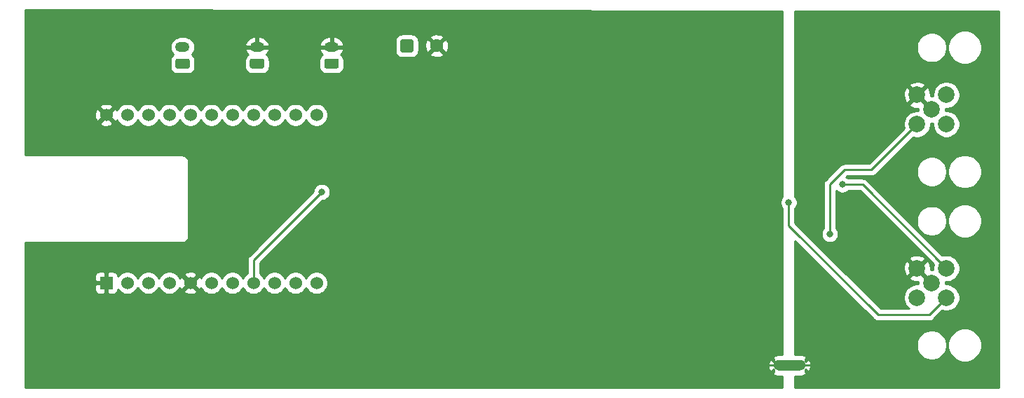
<source format=gbl>
G04 #@! TF.GenerationSoftware,KiCad,Pcbnew,5.1.8-5.fc33*
G04 #@! TF.CreationDate,2020-12-26T17:09:15+01:00*
G04 #@! TF.ProjectId,mini-beieli-pcb-cubecell,6d696e69-2d62-4656-9965-6c692d706362,rev?*
G04 #@! TF.SameCoordinates,Original*
G04 #@! TF.FileFunction,Copper,L2,Bot*
G04 #@! TF.FilePolarity,Positive*
%FSLAX46Y46*%
G04 Gerber Fmt 4.6, Leading zero omitted, Abs format (unit mm)*
G04 Created by KiCad (PCBNEW 5.1.8-5.fc33) date 2020-12-26 17:09:15*
%MOMM*%
%LPD*%
G01*
G04 APERTURE LIST*
G04 #@! TA.AperFunction,EtchedComponent*
%ADD10C,0.100000*%
G04 #@! TD*
G04 #@! TA.AperFunction,ComponentPad*
%ADD11O,1.750000X1.200000*%
G04 #@! TD*
G04 #@! TA.AperFunction,ComponentPad*
%ADD12C,1.600000*%
G04 #@! TD*
G04 #@! TA.AperFunction,ComponentPad*
%ADD13C,1.524000*%
G04 #@! TD*
G04 #@! TA.AperFunction,ComponentPad*
%ADD14R,1.524000X1.524000*%
G04 #@! TD*
G04 #@! TA.AperFunction,ComponentPad*
%ADD15C,2.000000*%
G04 #@! TD*
G04 #@! TA.AperFunction,ComponentPad*
%ADD16C,1.300000*%
G04 #@! TD*
G04 #@! TA.AperFunction,ViaPad*
%ADD17C,0.800000*%
G04 #@! TD*
G04 #@! TA.AperFunction,Conductor*
%ADD18C,0.250000*%
G04 #@! TD*
G04 #@! TA.AperFunction,Conductor*
%ADD19C,0.254000*%
G04 #@! TD*
G04 #@! TA.AperFunction,Conductor*
%ADD20C,0.100000*%
G04 #@! TD*
G04 APERTURE END LIST*
D10*
G36*
X134620000Y-78120000D02*
G01*
X132020000Y-78120000D01*
X132020000Y-76820000D01*
X134620000Y-76820000D01*
X134620000Y-78120000D01*
G37*
D11*
X60000000Y-39000000D03*
G04 #@! TA.AperFunction,ComponentPad*
G36*
G01*
X60625001Y-41600000D02*
X59374999Y-41600000D01*
G75*
G02*
X59125000Y-41350001I0J249999D01*
G01*
X59125000Y-40649999D01*
G75*
G02*
X59374999Y-40400000I249999J0D01*
G01*
X60625001Y-40400000D01*
G75*
G02*
X60875000Y-40649999I0J-249999D01*
G01*
X60875000Y-41350001D01*
G75*
G02*
X60625001Y-41600000I-249999J0D01*
G01*
G37*
G04 #@! TD.AperFunction*
X78000000Y-39000000D03*
G04 #@! TA.AperFunction,ComponentPad*
G36*
G01*
X78625001Y-41600000D02*
X77374999Y-41600000D01*
G75*
G02*
X77125000Y-41350001I0J249999D01*
G01*
X77125000Y-40649999D01*
G75*
G02*
X77374999Y-40400000I249999J0D01*
G01*
X78625001Y-40400000D01*
G75*
G02*
X78875000Y-40649999I0J-249999D01*
G01*
X78875000Y-41350001D01*
G75*
G02*
X78625001Y-41600000I-249999J0D01*
G01*
G37*
G04 #@! TD.AperFunction*
G04 #@! TA.AperFunction,ComponentPad*
G36*
G01*
X86300000Y-39405000D02*
X86300000Y-38305000D01*
G75*
G02*
X86550000Y-38055000I250000J0D01*
G01*
X87650000Y-38055000D01*
G75*
G02*
X87900000Y-38305000I0J-250000D01*
G01*
X87900000Y-39405000D01*
G75*
G02*
X87650000Y-39655000I-250000J0D01*
G01*
X86550000Y-39655000D01*
G75*
G02*
X86300000Y-39405000I0J250000D01*
G01*
G37*
G04 #@! TD.AperFunction*
D12*
X90700000Y-38855000D03*
D13*
X76178000Y-47215000D03*
X73638000Y-47215000D03*
X71098000Y-47215000D03*
X68558000Y-47215000D03*
X66018000Y-47215000D03*
X63478000Y-47215000D03*
X60938000Y-47215000D03*
X58398000Y-47215000D03*
X55858000Y-47215000D03*
X53318000Y-47215000D03*
X50778000Y-47215000D03*
X76178000Y-67515000D03*
X73638000Y-67515000D03*
X71098000Y-67515000D03*
X68558000Y-67515000D03*
X66018000Y-67515000D03*
X63478000Y-67515000D03*
X60938000Y-67515000D03*
X58398000Y-67495000D03*
X55858000Y-67495000D03*
X53318000Y-67495000D03*
D14*
X50778000Y-67495000D03*
D15*
X150495000Y-67515000D03*
X152265000Y-65745000D03*
X152265000Y-69285000D03*
X148725000Y-65745000D03*
X148725000Y-69285000D03*
D11*
X69000000Y-39000000D03*
G04 #@! TA.AperFunction,ComponentPad*
G36*
G01*
X69625001Y-41600000D02*
X68374999Y-41600000D01*
G75*
G02*
X68125000Y-41350001I0J249999D01*
G01*
X68125000Y-40649999D01*
G75*
G02*
X68374999Y-40400000I249999J0D01*
G01*
X69625001Y-40400000D01*
G75*
G02*
X69875000Y-40649999I0J-249999D01*
G01*
X69875000Y-41350001D01*
G75*
G02*
X69625001Y-41600000I-249999J0D01*
G01*
G37*
G04 #@! TD.AperFunction*
D16*
X132020000Y-77470000D03*
X134620000Y-77470000D03*
D15*
X150495000Y-46560000D03*
X152265000Y-44790000D03*
X152265000Y-48330000D03*
X148725000Y-44790000D03*
X148725000Y-48330000D03*
D17*
X96478000Y-60722000D03*
X139700000Y-55626000D03*
X133223000Y-57785000D03*
X133223000Y-57785000D03*
X76815000Y-56515000D03*
X138176000Y-61607750D03*
D18*
X132020000Y-77470000D02*
X129540000Y-77470000D01*
X134620000Y-77470000D02*
X137668000Y-77470000D01*
X152265000Y-65745000D02*
X142146000Y-55626000D01*
X142146000Y-55626000D02*
X139700000Y-55626000D01*
X139700000Y-55626000D02*
X139700000Y-55626000D01*
X133223000Y-57785000D02*
X133223000Y-60579000D01*
X133223000Y-60579000D02*
X144018000Y-71374000D01*
X150176000Y-71374000D02*
X152265000Y-69285000D01*
X144018000Y-71374000D02*
X150176000Y-71374000D01*
X68558000Y-64772000D02*
X76815000Y-56515000D01*
X68558000Y-67515000D02*
X68558000Y-64772000D01*
X143207000Y-53848000D02*
X148725000Y-48330000D01*
X139954000Y-53848000D02*
X143207000Y-53848000D01*
X138176000Y-55626000D02*
X139954000Y-53848000D01*
X138176000Y-61607750D02*
X138176000Y-55626000D01*
D19*
X158623000Y-80137000D02*
X133985000Y-80137000D01*
X133985000Y-78755000D01*
X134594974Y-78755000D01*
X134696455Y-78758952D01*
X134946449Y-78719270D01*
X135183896Y-78631578D01*
X135272534Y-78584201D01*
X135325922Y-78355527D01*
X135236619Y-78266224D01*
X135241124Y-78252024D01*
X135241373Y-78249808D01*
X135242030Y-78247684D01*
X135248276Y-78188257D01*
X135254938Y-78128866D01*
X135254968Y-78124596D01*
X135254985Y-78124433D01*
X135254970Y-78124270D01*
X135255000Y-78120000D01*
X135255000Y-77925395D01*
X135505527Y-78175922D01*
X135734201Y-78122534D01*
X135840095Y-77892626D01*
X135899102Y-77646476D01*
X135908952Y-77393545D01*
X135869270Y-77143551D01*
X135781578Y-76906104D01*
X135734201Y-76817466D01*
X135505527Y-76764078D01*
X135255000Y-77014605D01*
X135255000Y-76820000D01*
X135249166Y-76760495D01*
X135243752Y-76701013D01*
X135243125Y-76698882D01*
X135242907Y-76696661D01*
X135236142Y-76674253D01*
X135325922Y-76584473D01*
X135272534Y-76355799D01*
X135042626Y-76249905D01*
X134796476Y-76190898D01*
X134543545Y-76181048D01*
X134518648Y-76185000D01*
X133985000Y-76185000D01*
X133985000Y-74834268D01*
X148660000Y-74834268D01*
X148660000Y-75195732D01*
X148730518Y-75550250D01*
X148868844Y-75884199D01*
X149069662Y-76184744D01*
X149325256Y-76440338D01*
X149625801Y-76641156D01*
X149959750Y-76779482D01*
X150314268Y-76850000D01*
X150675732Y-76850000D01*
X151030250Y-76779482D01*
X151364199Y-76641156D01*
X151664744Y-76440338D01*
X151920338Y-76184744D01*
X152121156Y-75884199D01*
X152259482Y-75550250D01*
X152330000Y-75195732D01*
X152330000Y-74834268D01*
X152325593Y-74812108D01*
X152435000Y-74812108D01*
X152435000Y-75217892D01*
X152514165Y-75615880D01*
X152669452Y-75990776D01*
X152894894Y-76328173D01*
X153181827Y-76615106D01*
X153519224Y-76840548D01*
X153894120Y-76995835D01*
X154292108Y-77075000D01*
X154697892Y-77075000D01*
X155095880Y-76995835D01*
X155470776Y-76840548D01*
X155808173Y-76615106D01*
X156095106Y-76328173D01*
X156320548Y-75990776D01*
X156475835Y-75615880D01*
X156555000Y-75217892D01*
X156555000Y-74812108D01*
X156475835Y-74414120D01*
X156320548Y-74039224D01*
X156095106Y-73701827D01*
X155808173Y-73414894D01*
X155470776Y-73189452D01*
X155095880Y-73034165D01*
X154697892Y-72955000D01*
X154292108Y-72955000D01*
X153894120Y-73034165D01*
X153519224Y-73189452D01*
X153181827Y-73414894D01*
X152894894Y-73701827D01*
X152669452Y-74039224D01*
X152514165Y-74414120D01*
X152435000Y-74812108D01*
X152325593Y-74812108D01*
X152259482Y-74479750D01*
X152121156Y-74145801D01*
X151920338Y-73845256D01*
X151664744Y-73589662D01*
X151364199Y-73388844D01*
X151030250Y-73250518D01*
X150675732Y-73180000D01*
X150314268Y-73180000D01*
X149959750Y-73250518D01*
X149625801Y-73388844D01*
X149325256Y-73589662D01*
X149069662Y-73845256D01*
X148868844Y-74145801D01*
X148730518Y-74479750D01*
X148660000Y-74834268D01*
X133985000Y-74834268D01*
X133985000Y-62415801D01*
X143454205Y-71885008D01*
X143477999Y-71914001D01*
X143506992Y-71937795D01*
X143506996Y-71937799D01*
X143577685Y-71995811D01*
X143593724Y-72008974D01*
X143725753Y-72079546D01*
X143869014Y-72123003D01*
X143980667Y-72134000D01*
X143980676Y-72134000D01*
X144017999Y-72137676D01*
X144055322Y-72134000D01*
X150138678Y-72134000D01*
X150176000Y-72137676D01*
X150213322Y-72134000D01*
X150213333Y-72134000D01*
X150324986Y-72123003D01*
X150468247Y-72079546D01*
X150600276Y-72008974D01*
X150716001Y-71914001D01*
X150739804Y-71884997D01*
X151773625Y-70851177D01*
X151788088Y-70857168D01*
X152103967Y-70920000D01*
X152426033Y-70920000D01*
X152741912Y-70857168D01*
X153039463Y-70733918D01*
X153307252Y-70554987D01*
X153534987Y-70327252D01*
X153713918Y-70059463D01*
X153837168Y-69761912D01*
X153900000Y-69446033D01*
X153900000Y-69123967D01*
X153837168Y-68808088D01*
X153713918Y-68510537D01*
X153534987Y-68242748D01*
X153307252Y-68015013D01*
X153039463Y-67836082D01*
X152741912Y-67712832D01*
X152426033Y-67650000D01*
X152124835Y-67650000D01*
X152136718Y-67452405D01*
X152126789Y-67380000D01*
X152426033Y-67380000D01*
X152741912Y-67317168D01*
X153039463Y-67193918D01*
X153307252Y-67014987D01*
X153534987Y-66787252D01*
X153713918Y-66519463D01*
X153837168Y-66221912D01*
X153900000Y-65906033D01*
X153900000Y-65583967D01*
X153837168Y-65268088D01*
X153713918Y-64970537D01*
X153534987Y-64702748D01*
X153307252Y-64475013D01*
X153039463Y-64296082D01*
X152741912Y-64172832D01*
X152426033Y-64110000D01*
X152103967Y-64110000D01*
X151788088Y-64172832D01*
X151773625Y-64178823D01*
X147429070Y-59834268D01*
X148660000Y-59834268D01*
X148660000Y-60195732D01*
X148730518Y-60550250D01*
X148868844Y-60884199D01*
X149069662Y-61184744D01*
X149325256Y-61440338D01*
X149625801Y-61641156D01*
X149959750Y-61779482D01*
X150314268Y-61850000D01*
X150675732Y-61850000D01*
X151030250Y-61779482D01*
X151364199Y-61641156D01*
X151664744Y-61440338D01*
X151920338Y-61184744D01*
X152121156Y-60884199D01*
X152259482Y-60550250D01*
X152330000Y-60195732D01*
X152330000Y-59834268D01*
X152325593Y-59812108D01*
X152435000Y-59812108D01*
X152435000Y-60217892D01*
X152514165Y-60615880D01*
X152669452Y-60990776D01*
X152894894Y-61328173D01*
X153181827Y-61615106D01*
X153519224Y-61840548D01*
X153894120Y-61995835D01*
X154292108Y-62075000D01*
X154697892Y-62075000D01*
X155095880Y-61995835D01*
X155470776Y-61840548D01*
X155808173Y-61615106D01*
X156095106Y-61328173D01*
X156320548Y-60990776D01*
X156475835Y-60615880D01*
X156555000Y-60217892D01*
X156555000Y-59812108D01*
X156475835Y-59414120D01*
X156320548Y-59039224D01*
X156095106Y-58701827D01*
X155808173Y-58414894D01*
X155470776Y-58189452D01*
X155095880Y-58034165D01*
X154697892Y-57955000D01*
X154292108Y-57955000D01*
X153894120Y-58034165D01*
X153519224Y-58189452D01*
X153181827Y-58414894D01*
X152894894Y-58701827D01*
X152669452Y-59039224D01*
X152514165Y-59414120D01*
X152435000Y-59812108D01*
X152325593Y-59812108D01*
X152259482Y-59479750D01*
X152121156Y-59145801D01*
X151920338Y-58845256D01*
X151664744Y-58589662D01*
X151364199Y-58388844D01*
X151030250Y-58250518D01*
X150675732Y-58180000D01*
X150314268Y-58180000D01*
X149959750Y-58250518D01*
X149625801Y-58388844D01*
X149325256Y-58589662D01*
X149069662Y-58845256D01*
X148868844Y-59145801D01*
X148730518Y-59479750D01*
X148660000Y-59834268D01*
X147429070Y-59834268D01*
X142709804Y-55115003D01*
X142686001Y-55085999D01*
X142570276Y-54991026D01*
X142438247Y-54920454D01*
X142294986Y-54876997D01*
X142183333Y-54866000D01*
X142183322Y-54866000D01*
X142146000Y-54862324D01*
X142108678Y-54866000D01*
X140403711Y-54866000D01*
X140359774Y-54822063D01*
X140190256Y-54708795D01*
X140174523Y-54702278D01*
X140268802Y-54608000D01*
X143169678Y-54608000D01*
X143207000Y-54611676D01*
X143244322Y-54608000D01*
X143244333Y-54608000D01*
X143355986Y-54597003D01*
X143499247Y-54553546D01*
X143631276Y-54482974D01*
X143747001Y-54388001D01*
X143770804Y-54358997D01*
X144250533Y-53879268D01*
X148660000Y-53879268D01*
X148660000Y-54240732D01*
X148730518Y-54595250D01*
X148868844Y-54929199D01*
X149069662Y-55229744D01*
X149325256Y-55485338D01*
X149625801Y-55686156D01*
X149959750Y-55824482D01*
X150314268Y-55895000D01*
X150675732Y-55895000D01*
X151030250Y-55824482D01*
X151364199Y-55686156D01*
X151664744Y-55485338D01*
X151920338Y-55229744D01*
X152121156Y-54929199D01*
X152259482Y-54595250D01*
X152330000Y-54240732D01*
X152330000Y-53879268D01*
X152325593Y-53857108D01*
X152435000Y-53857108D01*
X152435000Y-54262892D01*
X152514165Y-54660880D01*
X152669452Y-55035776D01*
X152894894Y-55373173D01*
X153181827Y-55660106D01*
X153519224Y-55885548D01*
X153894120Y-56040835D01*
X154292108Y-56120000D01*
X154697892Y-56120000D01*
X155095880Y-56040835D01*
X155470776Y-55885548D01*
X155808173Y-55660106D01*
X156095106Y-55373173D01*
X156320548Y-55035776D01*
X156475835Y-54660880D01*
X156555000Y-54262892D01*
X156555000Y-53857108D01*
X156475835Y-53459120D01*
X156320548Y-53084224D01*
X156095106Y-52746827D01*
X155808173Y-52459894D01*
X155470776Y-52234452D01*
X155095880Y-52079165D01*
X154697892Y-52000000D01*
X154292108Y-52000000D01*
X153894120Y-52079165D01*
X153519224Y-52234452D01*
X153181827Y-52459894D01*
X152894894Y-52746827D01*
X152669452Y-53084224D01*
X152514165Y-53459120D01*
X152435000Y-53857108D01*
X152325593Y-53857108D01*
X152259482Y-53524750D01*
X152121156Y-53190801D01*
X151920338Y-52890256D01*
X151664744Y-52634662D01*
X151364199Y-52433844D01*
X151030250Y-52295518D01*
X150675732Y-52225000D01*
X150314268Y-52225000D01*
X149959750Y-52295518D01*
X149625801Y-52433844D01*
X149325256Y-52634662D01*
X149069662Y-52890256D01*
X148868844Y-53190801D01*
X148730518Y-53524750D01*
X148660000Y-53879268D01*
X144250533Y-53879268D01*
X148233625Y-49896177D01*
X148248088Y-49902168D01*
X148563967Y-49965000D01*
X148886033Y-49965000D01*
X149201912Y-49902168D01*
X149499463Y-49778918D01*
X149767252Y-49599987D01*
X149994987Y-49372252D01*
X150173918Y-49104463D01*
X150297168Y-48806912D01*
X150360000Y-48491033D01*
X150360000Y-48189835D01*
X150557595Y-48201718D01*
X150630000Y-48191789D01*
X150630000Y-48491033D01*
X150692832Y-48806912D01*
X150816082Y-49104463D01*
X150995013Y-49372252D01*
X151222748Y-49599987D01*
X151490537Y-49778918D01*
X151788088Y-49902168D01*
X152103967Y-49965000D01*
X152426033Y-49965000D01*
X152741912Y-49902168D01*
X153039463Y-49778918D01*
X153307252Y-49599987D01*
X153534987Y-49372252D01*
X153713918Y-49104463D01*
X153837168Y-48806912D01*
X153900000Y-48491033D01*
X153900000Y-48168967D01*
X153837168Y-47853088D01*
X153713918Y-47555537D01*
X153534987Y-47287748D01*
X153307252Y-47060013D01*
X153039463Y-46881082D01*
X152741912Y-46757832D01*
X152426033Y-46695000D01*
X152124835Y-46695000D01*
X152136718Y-46497405D01*
X152126789Y-46425000D01*
X152426033Y-46425000D01*
X152741912Y-46362168D01*
X153039463Y-46238918D01*
X153307252Y-46059987D01*
X153534987Y-45832252D01*
X153713918Y-45564463D01*
X153837168Y-45266912D01*
X153900000Y-44951033D01*
X153900000Y-44628967D01*
X153837168Y-44313088D01*
X153713918Y-44015537D01*
X153534987Y-43747748D01*
X153307252Y-43520013D01*
X153039463Y-43341082D01*
X152741912Y-43217832D01*
X152426033Y-43155000D01*
X152103967Y-43155000D01*
X151788088Y-43217832D01*
X151490537Y-43341082D01*
X151222748Y-43520013D01*
X150995013Y-43747748D01*
X150816082Y-44015537D01*
X150692832Y-44313088D01*
X150630000Y-44628967D01*
X150630000Y-44930165D01*
X150432405Y-44918282D01*
X150354597Y-44928952D01*
X150366718Y-44727405D01*
X150322961Y-44408325D01*
X150217795Y-44103912D01*
X150124814Y-43929956D01*
X149860413Y-43834192D01*
X148904605Y-44790000D01*
X150495000Y-46380395D01*
X150509143Y-46366253D01*
X150688748Y-46545858D01*
X150674605Y-46560000D01*
X150688748Y-46574143D01*
X150509143Y-46753748D01*
X150495000Y-46739605D01*
X150480858Y-46753748D01*
X150301253Y-46574143D01*
X150315395Y-46560000D01*
X148725000Y-44969605D01*
X147769192Y-45925413D01*
X147864956Y-46189814D01*
X148154571Y-46330704D01*
X148466108Y-46412384D01*
X148787595Y-46431718D01*
X148865403Y-46421048D01*
X148853282Y-46622595D01*
X148863211Y-46695000D01*
X148563967Y-46695000D01*
X148248088Y-46757832D01*
X147950537Y-46881082D01*
X147682748Y-47060013D01*
X147455013Y-47287748D01*
X147276082Y-47555537D01*
X147152832Y-47853088D01*
X147090000Y-48168967D01*
X147090000Y-48491033D01*
X147152832Y-48806912D01*
X147158823Y-48821375D01*
X142892199Y-53088000D01*
X139991325Y-53088000D01*
X139954000Y-53084324D01*
X139916675Y-53088000D01*
X139916667Y-53088000D01*
X139805014Y-53098997D01*
X139661753Y-53142454D01*
X139529724Y-53213026D01*
X139413999Y-53307999D01*
X139390201Y-53336997D01*
X137664998Y-55062201D01*
X137636000Y-55085999D01*
X137612202Y-55114997D01*
X137612201Y-55114998D01*
X137541026Y-55201724D01*
X137470454Y-55333754D01*
X137426998Y-55477015D01*
X137412324Y-55626000D01*
X137416001Y-55663332D01*
X137416000Y-60904039D01*
X137372063Y-60947976D01*
X137258795Y-61117494D01*
X137180774Y-61305852D01*
X137141000Y-61505811D01*
X137141000Y-61709689D01*
X137180774Y-61909648D01*
X137258795Y-62098006D01*
X137372063Y-62267524D01*
X137516226Y-62411687D01*
X137685744Y-62524955D01*
X137874102Y-62602976D01*
X138074061Y-62642750D01*
X138277939Y-62642750D01*
X138477898Y-62602976D01*
X138666256Y-62524955D01*
X138835774Y-62411687D01*
X138979937Y-62267524D01*
X139093205Y-62098006D01*
X139171226Y-61909648D01*
X139211000Y-61709689D01*
X139211000Y-61505811D01*
X139171226Y-61305852D01*
X139093205Y-61117494D01*
X138979937Y-60947976D01*
X138936000Y-60904039D01*
X138936000Y-56325711D01*
X139040226Y-56429937D01*
X139209744Y-56543205D01*
X139398102Y-56621226D01*
X139598061Y-56661000D01*
X139801939Y-56661000D01*
X140001898Y-56621226D01*
X140190256Y-56543205D01*
X140359774Y-56429937D01*
X140403711Y-56386000D01*
X141831199Y-56386000D01*
X150698823Y-65253625D01*
X150692832Y-65268088D01*
X150630000Y-65583967D01*
X150630000Y-65885165D01*
X150432405Y-65873282D01*
X150354597Y-65883952D01*
X150366718Y-65682405D01*
X150322961Y-65363325D01*
X150217795Y-65058912D01*
X150124814Y-64884956D01*
X149860413Y-64789192D01*
X148904605Y-65745000D01*
X150495000Y-67335395D01*
X150509143Y-67321253D01*
X150688748Y-67500858D01*
X150674605Y-67515000D01*
X150688748Y-67529143D01*
X150509143Y-67708748D01*
X150495000Y-67694605D01*
X150480858Y-67708748D01*
X150301253Y-67529143D01*
X150315395Y-67515000D01*
X148725000Y-65924605D01*
X147769192Y-66880413D01*
X147864956Y-67144814D01*
X148154571Y-67285704D01*
X148466108Y-67367384D01*
X148787595Y-67386718D01*
X148865403Y-67376048D01*
X148853282Y-67577595D01*
X148863211Y-67650000D01*
X148563967Y-67650000D01*
X148248088Y-67712832D01*
X147950537Y-67836082D01*
X147682748Y-68015013D01*
X147455013Y-68242748D01*
X147276082Y-68510537D01*
X147152832Y-68808088D01*
X147090000Y-69123967D01*
X147090000Y-69446033D01*
X147152832Y-69761912D01*
X147276082Y-70059463D01*
X147455013Y-70327252D01*
X147682748Y-70554987D01*
X147771067Y-70614000D01*
X144332803Y-70614000D01*
X139526398Y-65807595D01*
X147083282Y-65807595D01*
X147127039Y-66126675D01*
X147232205Y-66431088D01*
X147325186Y-66605044D01*
X147589587Y-66700808D01*
X148545395Y-65745000D01*
X147589587Y-64789192D01*
X147325186Y-64884956D01*
X147184296Y-65174571D01*
X147102616Y-65486108D01*
X147083282Y-65807595D01*
X139526398Y-65807595D01*
X138328390Y-64609587D01*
X147769192Y-64609587D01*
X148725000Y-65565395D01*
X149680808Y-64609587D01*
X149585044Y-64345186D01*
X149295429Y-64204296D01*
X148983892Y-64122616D01*
X148662405Y-64103282D01*
X148343325Y-64147039D01*
X148038912Y-64252205D01*
X147864956Y-64345186D01*
X147769192Y-64609587D01*
X138328390Y-64609587D01*
X133985000Y-60266199D01*
X133985000Y-58486711D01*
X134026937Y-58444774D01*
X134140205Y-58275256D01*
X134218226Y-58086898D01*
X134258000Y-57886939D01*
X134258000Y-57683061D01*
X134218226Y-57483102D01*
X134140205Y-57294744D01*
X134026937Y-57125226D01*
X133985000Y-57083289D01*
X133985000Y-44852595D01*
X147083282Y-44852595D01*
X147127039Y-45171675D01*
X147232205Y-45476088D01*
X147325186Y-45650044D01*
X147589587Y-45745808D01*
X148545395Y-44790000D01*
X147589587Y-43834192D01*
X147325186Y-43929956D01*
X147184296Y-44219571D01*
X147102616Y-44531108D01*
X147083282Y-44852595D01*
X133985000Y-44852595D01*
X133985000Y-43654587D01*
X147769192Y-43654587D01*
X148725000Y-44610395D01*
X149680808Y-43654587D01*
X149585044Y-43390186D01*
X149295429Y-43249296D01*
X148983892Y-43167616D01*
X148662405Y-43148282D01*
X148343325Y-43192039D01*
X148038912Y-43297205D01*
X147864956Y-43390186D01*
X147769192Y-43654587D01*
X133985000Y-43654587D01*
X133985000Y-38879268D01*
X148660000Y-38879268D01*
X148660000Y-39240732D01*
X148730518Y-39595250D01*
X148868844Y-39929199D01*
X149069662Y-40229744D01*
X149325256Y-40485338D01*
X149625801Y-40686156D01*
X149959750Y-40824482D01*
X150314268Y-40895000D01*
X150675732Y-40895000D01*
X151030250Y-40824482D01*
X151364199Y-40686156D01*
X151664744Y-40485338D01*
X151920338Y-40229744D01*
X152121156Y-39929199D01*
X152259482Y-39595250D01*
X152330000Y-39240732D01*
X152330000Y-38879268D01*
X152325593Y-38857108D01*
X152435000Y-38857108D01*
X152435000Y-39262892D01*
X152514165Y-39660880D01*
X152669452Y-40035776D01*
X152894894Y-40373173D01*
X153181827Y-40660106D01*
X153519224Y-40885548D01*
X153894120Y-41040835D01*
X154292108Y-41120000D01*
X154697892Y-41120000D01*
X155095880Y-41040835D01*
X155470776Y-40885548D01*
X155808173Y-40660106D01*
X156095106Y-40373173D01*
X156320548Y-40035776D01*
X156475835Y-39660880D01*
X156555000Y-39262892D01*
X156555000Y-38857108D01*
X156475835Y-38459120D01*
X156320548Y-38084224D01*
X156095106Y-37746827D01*
X155808173Y-37459894D01*
X155470776Y-37234452D01*
X155095880Y-37079165D01*
X154697892Y-37000000D01*
X154292108Y-37000000D01*
X153894120Y-37079165D01*
X153519224Y-37234452D01*
X153181827Y-37459894D01*
X152894894Y-37746827D01*
X152669452Y-38084224D01*
X152514165Y-38459120D01*
X152435000Y-38857108D01*
X152325593Y-38857108D01*
X152259482Y-38524750D01*
X152121156Y-38190801D01*
X151920338Y-37890256D01*
X151664744Y-37634662D01*
X151364199Y-37433844D01*
X151030250Y-37295518D01*
X150675732Y-37225000D01*
X150314268Y-37225000D01*
X149959750Y-37295518D01*
X149625801Y-37433844D01*
X149325256Y-37634662D01*
X149069662Y-37890256D01*
X148868844Y-38190801D01*
X148730518Y-38524750D01*
X148660000Y-38879268D01*
X133985000Y-38879268D01*
X133985000Y-34671000D01*
X158623000Y-34671000D01*
X158623000Y-80137000D01*
G04 #@! TA.AperFunction,Conductor*
D20*
G36*
X158623000Y-80137000D02*
G01*
X133985000Y-80137000D01*
X133985000Y-78755000D01*
X134594974Y-78755000D01*
X134696455Y-78758952D01*
X134946449Y-78719270D01*
X135183896Y-78631578D01*
X135272534Y-78584201D01*
X135325922Y-78355527D01*
X135236619Y-78266224D01*
X135241124Y-78252024D01*
X135241373Y-78249808D01*
X135242030Y-78247684D01*
X135248276Y-78188257D01*
X135254938Y-78128866D01*
X135254968Y-78124596D01*
X135254985Y-78124433D01*
X135254970Y-78124270D01*
X135255000Y-78120000D01*
X135255000Y-77925395D01*
X135505527Y-78175922D01*
X135734201Y-78122534D01*
X135840095Y-77892626D01*
X135899102Y-77646476D01*
X135908952Y-77393545D01*
X135869270Y-77143551D01*
X135781578Y-76906104D01*
X135734201Y-76817466D01*
X135505527Y-76764078D01*
X135255000Y-77014605D01*
X135255000Y-76820000D01*
X135249166Y-76760495D01*
X135243752Y-76701013D01*
X135243125Y-76698882D01*
X135242907Y-76696661D01*
X135236142Y-76674253D01*
X135325922Y-76584473D01*
X135272534Y-76355799D01*
X135042626Y-76249905D01*
X134796476Y-76190898D01*
X134543545Y-76181048D01*
X134518648Y-76185000D01*
X133985000Y-76185000D01*
X133985000Y-74834268D01*
X148660000Y-74834268D01*
X148660000Y-75195732D01*
X148730518Y-75550250D01*
X148868844Y-75884199D01*
X149069662Y-76184744D01*
X149325256Y-76440338D01*
X149625801Y-76641156D01*
X149959750Y-76779482D01*
X150314268Y-76850000D01*
X150675732Y-76850000D01*
X151030250Y-76779482D01*
X151364199Y-76641156D01*
X151664744Y-76440338D01*
X151920338Y-76184744D01*
X152121156Y-75884199D01*
X152259482Y-75550250D01*
X152330000Y-75195732D01*
X152330000Y-74834268D01*
X152325593Y-74812108D01*
X152435000Y-74812108D01*
X152435000Y-75217892D01*
X152514165Y-75615880D01*
X152669452Y-75990776D01*
X152894894Y-76328173D01*
X153181827Y-76615106D01*
X153519224Y-76840548D01*
X153894120Y-76995835D01*
X154292108Y-77075000D01*
X154697892Y-77075000D01*
X155095880Y-76995835D01*
X155470776Y-76840548D01*
X155808173Y-76615106D01*
X156095106Y-76328173D01*
X156320548Y-75990776D01*
X156475835Y-75615880D01*
X156555000Y-75217892D01*
X156555000Y-74812108D01*
X156475835Y-74414120D01*
X156320548Y-74039224D01*
X156095106Y-73701827D01*
X155808173Y-73414894D01*
X155470776Y-73189452D01*
X155095880Y-73034165D01*
X154697892Y-72955000D01*
X154292108Y-72955000D01*
X153894120Y-73034165D01*
X153519224Y-73189452D01*
X153181827Y-73414894D01*
X152894894Y-73701827D01*
X152669452Y-74039224D01*
X152514165Y-74414120D01*
X152435000Y-74812108D01*
X152325593Y-74812108D01*
X152259482Y-74479750D01*
X152121156Y-74145801D01*
X151920338Y-73845256D01*
X151664744Y-73589662D01*
X151364199Y-73388844D01*
X151030250Y-73250518D01*
X150675732Y-73180000D01*
X150314268Y-73180000D01*
X149959750Y-73250518D01*
X149625801Y-73388844D01*
X149325256Y-73589662D01*
X149069662Y-73845256D01*
X148868844Y-74145801D01*
X148730518Y-74479750D01*
X148660000Y-74834268D01*
X133985000Y-74834268D01*
X133985000Y-62415801D01*
X143454205Y-71885008D01*
X143477999Y-71914001D01*
X143506992Y-71937795D01*
X143506996Y-71937799D01*
X143577685Y-71995811D01*
X143593724Y-72008974D01*
X143725753Y-72079546D01*
X143869014Y-72123003D01*
X143980667Y-72134000D01*
X143980676Y-72134000D01*
X144017999Y-72137676D01*
X144055322Y-72134000D01*
X150138678Y-72134000D01*
X150176000Y-72137676D01*
X150213322Y-72134000D01*
X150213333Y-72134000D01*
X150324986Y-72123003D01*
X150468247Y-72079546D01*
X150600276Y-72008974D01*
X150716001Y-71914001D01*
X150739804Y-71884997D01*
X151773625Y-70851177D01*
X151788088Y-70857168D01*
X152103967Y-70920000D01*
X152426033Y-70920000D01*
X152741912Y-70857168D01*
X153039463Y-70733918D01*
X153307252Y-70554987D01*
X153534987Y-70327252D01*
X153713918Y-70059463D01*
X153837168Y-69761912D01*
X153900000Y-69446033D01*
X153900000Y-69123967D01*
X153837168Y-68808088D01*
X153713918Y-68510537D01*
X153534987Y-68242748D01*
X153307252Y-68015013D01*
X153039463Y-67836082D01*
X152741912Y-67712832D01*
X152426033Y-67650000D01*
X152124835Y-67650000D01*
X152136718Y-67452405D01*
X152126789Y-67380000D01*
X152426033Y-67380000D01*
X152741912Y-67317168D01*
X153039463Y-67193918D01*
X153307252Y-67014987D01*
X153534987Y-66787252D01*
X153713918Y-66519463D01*
X153837168Y-66221912D01*
X153900000Y-65906033D01*
X153900000Y-65583967D01*
X153837168Y-65268088D01*
X153713918Y-64970537D01*
X153534987Y-64702748D01*
X153307252Y-64475013D01*
X153039463Y-64296082D01*
X152741912Y-64172832D01*
X152426033Y-64110000D01*
X152103967Y-64110000D01*
X151788088Y-64172832D01*
X151773625Y-64178823D01*
X147429070Y-59834268D01*
X148660000Y-59834268D01*
X148660000Y-60195732D01*
X148730518Y-60550250D01*
X148868844Y-60884199D01*
X149069662Y-61184744D01*
X149325256Y-61440338D01*
X149625801Y-61641156D01*
X149959750Y-61779482D01*
X150314268Y-61850000D01*
X150675732Y-61850000D01*
X151030250Y-61779482D01*
X151364199Y-61641156D01*
X151664744Y-61440338D01*
X151920338Y-61184744D01*
X152121156Y-60884199D01*
X152259482Y-60550250D01*
X152330000Y-60195732D01*
X152330000Y-59834268D01*
X152325593Y-59812108D01*
X152435000Y-59812108D01*
X152435000Y-60217892D01*
X152514165Y-60615880D01*
X152669452Y-60990776D01*
X152894894Y-61328173D01*
X153181827Y-61615106D01*
X153519224Y-61840548D01*
X153894120Y-61995835D01*
X154292108Y-62075000D01*
X154697892Y-62075000D01*
X155095880Y-61995835D01*
X155470776Y-61840548D01*
X155808173Y-61615106D01*
X156095106Y-61328173D01*
X156320548Y-60990776D01*
X156475835Y-60615880D01*
X156555000Y-60217892D01*
X156555000Y-59812108D01*
X156475835Y-59414120D01*
X156320548Y-59039224D01*
X156095106Y-58701827D01*
X155808173Y-58414894D01*
X155470776Y-58189452D01*
X155095880Y-58034165D01*
X154697892Y-57955000D01*
X154292108Y-57955000D01*
X153894120Y-58034165D01*
X153519224Y-58189452D01*
X153181827Y-58414894D01*
X152894894Y-58701827D01*
X152669452Y-59039224D01*
X152514165Y-59414120D01*
X152435000Y-59812108D01*
X152325593Y-59812108D01*
X152259482Y-59479750D01*
X152121156Y-59145801D01*
X151920338Y-58845256D01*
X151664744Y-58589662D01*
X151364199Y-58388844D01*
X151030250Y-58250518D01*
X150675732Y-58180000D01*
X150314268Y-58180000D01*
X149959750Y-58250518D01*
X149625801Y-58388844D01*
X149325256Y-58589662D01*
X149069662Y-58845256D01*
X148868844Y-59145801D01*
X148730518Y-59479750D01*
X148660000Y-59834268D01*
X147429070Y-59834268D01*
X142709804Y-55115003D01*
X142686001Y-55085999D01*
X142570276Y-54991026D01*
X142438247Y-54920454D01*
X142294986Y-54876997D01*
X142183333Y-54866000D01*
X142183322Y-54866000D01*
X142146000Y-54862324D01*
X142108678Y-54866000D01*
X140403711Y-54866000D01*
X140359774Y-54822063D01*
X140190256Y-54708795D01*
X140174523Y-54702278D01*
X140268802Y-54608000D01*
X143169678Y-54608000D01*
X143207000Y-54611676D01*
X143244322Y-54608000D01*
X143244333Y-54608000D01*
X143355986Y-54597003D01*
X143499247Y-54553546D01*
X143631276Y-54482974D01*
X143747001Y-54388001D01*
X143770804Y-54358997D01*
X144250533Y-53879268D01*
X148660000Y-53879268D01*
X148660000Y-54240732D01*
X148730518Y-54595250D01*
X148868844Y-54929199D01*
X149069662Y-55229744D01*
X149325256Y-55485338D01*
X149625801Y-55686156D01*
X149959750Y-55824482D01*
X150314268Y-55895000D01*
X150675732Y-55895000D01*
X151030250Y-55824482D01*
X151364199Y-55686156D01*
X151664744Y-55485338D01*
X151920338Y-55229744D01*
X152121156Y-54929199D01*
X152259482Y-54595250D01*
X152330000Y-54240732D01*
X152330000Y-53879268D01*
X152325593Y-53857108D01*
X152435000Y-53857108D01*
X152435000Y-54262892D01*
X152514165Y-54660880D01*
X152669452Y-55035776D01*
X152894894Y-55373173D01*
X153181827Y-55660106D01*
X153519224Y-55885548D01*
X153894120Y-56040835D01*
X154292108Y-56120000D01*
X154697892Y-56120000D01*
X155095880Y-56040835D01*
X155470776Y-55885548D01*
X155808173Y-55660106D01*
X156095106Y-55373173D01*
X156320548Y-55035776D01*
X156475835Y-54660880D01*
X156555000Y-54262892D01*
X156555000Y-53857108D01*
X156475835Y-53459120D01*
X156320548Y-53084224D01*
X156095106Y-52746827D01*
X155808173Y-52459894D01*
X155470776Y-52234452D01*
X155095880Y-52079165D01*
X154697892Y-52000000D01*
X154292108Y-52000000D01*
X153894120Y-52079165D01*
X153519224Y-52234452D01*
X153181827Y-52459894D01*
X152894894Y-52746827D01*
X152669452Y-53084224D01*
X152514165Y-53459120D01*
X152435000Y-53857108D01*
X152325593Y-53857108D01*
X152259482Y-53524750D01*
X152121156Y-53190801D01*
X151920338Y-52890256D01*
X151664744Y-52634662D01*
X151364199Y-52433844D01*
X151030250Y-52295518D01*
X150675732Y-52225000D01*
X150314268Y-52225000D01*
X149959750Y-52295518D01*
X149625801Y-52433844D01*
X149325256Y-52634662D01*
X149069662Y-52890256D01*
X148868844Y-53190801D01*
X148730518Y-53524750D01*
X148660000Y-53879268D01*
X144250533Y-53879268D01*
X148233625Y-49896177D01*
X148248088Y-49902168D01*
X148563967Y-49965000D01*
X148886033Y-49965000D01*
X149201912Y-49902168D01*
X149499463Y-49778918D01*
X149767252Y-49599987D01*
X149994987Y-49372252D01*
X150173918Y-49104463D01*
X150297168Y-48806912D01*
X150360000Y-48491033D01*
X150360000Y-48189835D01*
X150557595Y-48201718D01*
X150630000Y-48191789D01*
X150630000Y-48491033D01*
X150692832Y-48806912D01*
X150816082Y-49104463D01*
X150995013Y-49372252D01*
X151222748Y-49599987D01*
X151490537Y-49778918D01*
X151788088Y-49902168D01*
X152103967Y-49965000D01*
X152426033Y-49965000D01*
X152741912Y-49902168D01*
X153039463Y-49778918D01*
X153307252Y-49599987D01*
X153534987Y-49372252D01*
X153713918Y-49104463D01*
X153837168Y-48806912D01*
X153900000Y-48491033D01*
X153900000Y-48168967D01*
X153837168Y-47853088D01*
X153713918Y-47555537D01*
X153534987Y-47287748D01*
X153307252Y-47060013D01*
X153039463Y-46881082D01*
X152741912Y-46757832D01*
X152426033Y-46695000D01*
X152124835Y-46695000D01*
X152136718Y-46497405D01*
X152126789Y-46425000D01*
X152426033Y-46425000D01*
X152741912Y-46362168D01*
X153039463Y-46238918D01*
X153307252Y-46059987D01*
X153534987Y-45832252D01*
X153713918Y-45564463D01*
X153837168Y-45266912D01*
X153900000Y-44951033D01*
X153900000Y-44628967D01*
X153837168Y-44313088D01*
X153713918Y-44015537D01*
X153534987Y-43747748D01*
X153307252Y-43520013D01*
X153039463Y-43341082D01*
X152741912Y-43217832D01*
X152426033Y-43155000D01*
X152103967Y-43155000D01*
X151788088Y-43217832D01*
X151490537Y-43341082D01*
X151222748Y-43520013D01*
X150995013Y-43747748D01*
X150816082Y-44015537D01*
X150692832Y-44313088D01*
X150630000Y-44628967D01*
X150630000Y-44930165D01*
X150432405Y-44918282D01*
X150354597Y-44928952D01*
X150366718Y-44727405D01*
X150322961Y-44408325D01*
X150217795Y-44103912D01*
X150124814Y-43929956D01*
X149860413Y-43834192D01*
X148904605Y-44790000D01*
X150495000Y-46380395D01*
X150509143Y-46366253D01*
X150688748Y-46545858D01*
X150674605Y-46560000D01*
X150688748Y-46574143D01*
X150509143Y-46753748D01*
X150495000Y-46739605D01*
X150480858Y-46753748D01*
X150301253Y-46574143D01*
X150315395Y-46560000D01*
X148725000Y-44969605D01*
X147769192Y-45925413D01*
X147864956Y-46189814D01*
X148154571Y-46330704D01*
X148466108Y-46412384D01*
X148787595Y-46431718D01*
X148865403Y-46421048D01*
X148853282Y-46622595D01*
X148863211Y-46695000D01*
X148563967Y-46695000D01*
X148248088Y-46757832D01*
X147950537Y-46881082D01*
X147682748Y-47060013D01*
X147455013Y-47287748D01*
X147276082Y-47555537D01*
X147152832Y-47853088D01*
X147090000Y-48168967D01*
X147090000Y-48491033D01*
X147152832Y-48806912D01*
X147158823Y-48821375D01*
X142892199Y-53088000D01*
X139991325Y-53088000D01*
X139954000Y-53084324D01*
X139916675Y-53088000D01*
X139916667Y-53088000D01*
X139805014Y-53098997D01*
X139661753Y-53142454D01*
X139529724Y-53213026D01*
X139413999Y-53307999D01*
X139390201Y-53336997D01*
X137664998Y-55062201D01*
X137636000Y-55085999D01*
X137612202Y-55114997D01*
X137612201Y-55114998D01*
X137541026Y-55201724D01*
X137470454Y-55333754D01*
X137426998Y-55477015D01*
X137412324Y-55626000D01*
X137416001Y-55663332D01*
X137416000Y-60904039D01*
X137372063Y-60947976D01*
X137258795Y-61117494D01*
X137180774Y-61305852D01*
X137141000Y-61505811D01*
X137141000Y-61709689D01*
X137180774Y-61909648D01*
X137258795Y-62098006D01*
X137372063Y-62267524D01*
X137516226Y-62411687D01*
X137685744Y-62524955D01*
X137874102Y-62602976D01*
X138074061Y-62642750D01*
X138277939Y-62642750D01*
X138477898Y-62602976D01*
X138666256Y-62524955D01*
X138835774Y-62411687D01*
X138979937Y-62267524D01*
X139093205Y-62098006D01*
X139171226Y-61909648D01*
X139211000Y-61709689D01*
X139211000Y-61505811D01*
X139171226Y-61305852D01*
X139093205Y-61117494D01*
X138979937Y-60947976D01*
X138936000Y-60904039D01*
X138936000Y-56325711D01*
X139040226Y-56429937D01*
X139209744Y-56543205D01*
X139398102Y-56621226D01*
X139598061Y-56661000D01*
X139801939Y-56661000D01*
X140001898Y-56621226D01*
X140190256Y-56543205D01*
X140359774Y-56429937D01*
X140403711Y-56386000D01*
X141831199Y-56386000D01*
X150698823Y-65253625D01*
X150692832Y-65268088D01*
X150630000Y-65583967D01*
X150630000Y-65885165D01*
X150432405Y-65873282D01*
X150354597Y-65883952D01*
X150366718Y-65682405D01*
X150322961Y-65363325D01*
X150217795Y-65058912D01*
X150124814Y-64884956D01*
X149860413Y-64789192D01*
X148904605Y-65745000D01*
X150495000Y-67335395D01*
X150509143Y-67321253D01*
X150688748Y-67500858D01*
X150674605Y-67515000D01*
X150688748Y-67529143D01*
X150509143Y-67708748D01*
X150495000Y-67694605D01*
X150480858Y-67708748D01*
X150301253Y-67529143D01*
X150315395Y-67515000D01*
X148725000Y-65924605D01*
X147769192Y-66880413D01*
X147864956Y-67144814D01*
X148154571Y-67285704D01*
X148466108Y-67367384D01*
X148787595Y-67386718D01*
X148865403Y-67376048D01*
X148853282Y-67577595D01*
X148863211Y-67650000D01*
X148563967Y-67650000D01*
X148248088Y-67712832D01*
X147950537Y-67836082D01*
X147682748Y-68015013D01*
X147455013Y-68242748D01*
X147276082Y-68510537D01*
X147152832Y-68808088D01*
X147090000Y-69123967D01*
X147090000Y-69446033D01*
X147152832Y-69761912D01*
X147276082Y-70059463D01*
X147455013Y-70327252D01*
X147682748Y-70554987D01*
X147771067Y-70614000D01*
X144332803Y-70614000D01*
X139526398Y-65807595D01*
X147083282Y-65807595D01*
X147127039Y-66126675D01*
X147232205Y-66431088D01*
X147325186Y-66605044D01*
X147589587Y-66700808D01*
X148545395Y-65745000D01*
X147589587Y-64789192D01*
X147325186Y-64884956D01*
X147184296Y-65174571D01*
X147102616Y-65486108D01*
X147083282Y-65807595D01*
X139526398Y-65807595D01*
X138328390Y-64609587D01*
X147769192Y-64609587D01*
X148725000Y-65565395D01*
X149680808Y-64609587D01*
X149585044Y-64345186D01*
X149295429Y-64204296D01*
X148983892Y-64122616D01*
X148662405Y-64103282D01*
X148343325Y-64147039D01*
X148038912Y-64252205D01*
X147864956Y-64345186D01*
X147769192Y-64609587D01*
X138328390Y-64609587D01*
X133985000Y-60266199D01*
X133985000Y-58486711D01*
X134026937Y-58444774D01*
X134140205Y-58275256D01*
X134218226Y-58086898D01*
X134258000Y-57886939D01*
X134258000Y-57683061D01*
X134218226Y-57483102D01*
X134140205Y-57294744D01*
X134026937Y-57125226D01*
X133985000Y-57083289D01*
X133985000Y-44852595D01*
X147083282Y-44852595D01*
X147127039Y-45171675D01*
X147232205Y-45476088D01*
X147325186Y-45650044D01*
X147589587Y-45745808D01*
X148545395Y-44790000D01*
X147589587Y-43834192D01*
X147325186Y-43929956D01*
X147184296Y-44219571D01*
X147102616Y-44531108D01*
X147083282Y-44852595D01*
X133985000Y-44852595D01*
X133985000Y-43654587D01*
X147769192Y-43654587D01*
X148725000Y-44610395D01*
X149680808Y-43654587D01*
X149585044Y-43390186D01*
X149295429Y-43249296D01*
X148983892Y-43167616D01*
X148662405Y-43148282D01*
X148343325Y-43192039D01*
X148038912Y-43297205D01*
X147864956Y-43390186D01*
X147769192Y-43654587D01*
X133985000Y-43654587D01*
X133985000Y-38879268D01*
X148660000Y-38879268D01*
X148660000Y-39240732D01*
X148730518Y-39595250D01*
X148868844Y-39929199D01*
X149069662Y-40229744D01*
X149325256Y-40485338D01*
X149625801Y-40686156D01*
X149959750Y-40824482D01*
X150314268Y-40895000D01*
X150675732Y-40895000D01*
X151030250Y-40824482D01*
X151364199Y-40686156D01*
X151664744Y-40485338D01*
X151920338Y-40229744D01*
X152121156Y-39929199D01*
X152259482Y-39595250D01*
X152330000Y-39240732D01*
X152330000Y-38879268D01*
X152325593Y-38857108D01*
X152435000Y-38857108D01*
X152435000Y-39262892D01*
X152514165Y-39660880D01*
X152669452Y-40035776D01*
X152894894Y-40373173D01*
X153181827Y-40660106D01*
X153519224Y-40885548D01*
X153894120Y-41040835D01*
X154292108Y-41120000D01*
X154697892Y-41120000D01*
X155095880Y-41040835D01*
X155470776Y-40885548D01*
X155808173Y-40660106D01*
X156095106Y-40373173D01*
X156320548Y-40035776D01*
X156475835Y-39660880D01*
X156555000Y-39262892D01*
X156555000Y-38857108D01*
X156475835Y-38459120D01*
X156320548Y-38084224D01*
X156095106Y-37746827D01*
X155808173Y-37459894D01*
X155470776Y-37234452D01*
X155095880Y-37079165D01*
X154697892Y-37000000D01*
X154292108Y-37000000D01*
X153894120Y-37079165D01*
X153519224Y-37234452D01*
X153181827Y-37459894D01*
X152894894Y-37746827D01*
X152669452Y-38084224D01*
X152514165Y-38459120D01*
X152435000Y-38857108D01*
X152325593Y-38857108D01*
X152259482Y-38524750D01*
X152121156Y-38190801D01*
X151920338Y-37890256D01*
X151664744Y-37634662D01*
X151364199Y-37433844D01*
X151030250Y-37295518D01*
X150675732Y-37225000D01*
X150314268Y-37225000D01*
X149959750Y-37295518D01*
X149625801Y-37433844D01*
X149325256Y-37634662D01*
X149069662Y-37890256D01*
X148868844Y-38190801D01*
X148730518Y-38524750D01*
X148660000Y-38879268D01*
X133985000Y-38879268D01*
X133985000Y-34671000D01*
X158623000Y-34671000D01*
X158623000Y-80137000D01*
G37*
G04 #@! TD.AperFunction*
D19*
X132461000Y-34670824D02*
X132461000Y-57083289D01*
X132419063Y-57125226D01*
X132305795Y-57294744D01*
X132227774Y-57483102D01*
X132188000Y-57683061D01*
X132188000Y-57886939D01*
X132227774Y-58086898D01*
X132305795Y-58275256D01*
X132419063Y-58444774D01*
X132461000Y-58486711D01*
X132461000Y-60561984D01*
X132459324Y-60579000D01*
X132461000Y-60596016D01*
X132461000Y-76185000D01*
X132045026Y-76185000D01*
X131943545Y-76181048D01*
X131693551Y-76220730D01*
X131456104Y-76308422D01*
X131367466Y-76355799D01*
X131314078Y-76584473D01*
X131403381Y-76673776D01*
X131398876Y-76687976D01*
X131398627Y-76690192D01*
X131397970Y-76692316D01*
X131391724Y-76751743D01*
X131385062Y-76811134D01*
X131385032Y-76815404D01*
X131385015Y-76815567D01*
X131385030Y-76815730D01*
X131385000Y-76820000D01*
X131385000Y-77014605D01*
X131134473Y-76764078D01*
X130905799Y-76817466D01*
X130799905Y-77047374D01*
X130740898Y-77293524D01*
X130731048Y-77546455D01*
X130770730Y-77796449D01*
X130858422Y-78033896D01*
X130905799Y-78122534D01*
X131134473Y-78175922D01*
X131385000Y-77925395D01*
X131385000Y-78120000D01*
X131390834Y-78179505D01*
X131396248Y-78238987D01*
X131396875Y-78241118D01*
X131397093Y-78243339D01*
X131403858Y-78265747D01*
X131314078Y-78355527D01*
X131367466Y-78584201D01*
X131597374Y-78690095D01*
X131843524Y-78749102D01*
X132096455Y-78758952D01*
X132121352Y-78755000D01*
X132461000Y-78755000D01*
X132461000Y-80137000D01*
X41021000Y-80137000D01*
X41021000Y-68257000D01*
X49377928Y-68257000D01*
X49390188Y-68381482D01*
X49426498Y-68501180D01*
X49485463Y-68611494D01*
X49564815Y-68708185D01*
X49661506Y-68787537D01*
X49771820Y-68846502D01*
X49891518Y-68882812D01*
X50016000Y-68895072D01*
X50492250Y-68892000D01*
X50651000Y-68733250D01*
X50651000Y-67622000D01*
X49539750Y-67622000D01*
X49381000Y-67780750D01*
X49377928Y-68257000D01*
X41021000Y-68257000D01*
X41021000Y-66733000D01*
X49377928Y-66733000D01*
X49381000Y-67209250D01*
X49539750Y-67368000D01*
X50651000Y-67368000D01*
X50651000Y-66256750D01*
X50905000Y-66256750D01*
X50905000Y-67368000D01*
X50925000Y-67368000D01*
X50925000Y-67622000D01*
X50905000Y-67622000D01*
X50905000Y-68733250D01*
X51063750Y-68892000D01*
X51540000Y-68895072D01*
X51664482Y-68882812D01*
X51784180Y-68846502D01*
X51894494Y-68787537D01*
X51991185Y-68708185D01*
X52070537Y-68611494D01*
X52129502Y-68501180D01*
X52165812Y-68381482D01*
X52174080Y-68297535D01*
X52232880Y-68385535D01*
X52427465Y-68580120D01*
X52656273Y-68733005D01*
X52910510Y-68838314D01*
X53180408Y-68892000D01*
X53455592Y-68892000D01*
X53725490Y-68838314D01*
X53979727Y-68733005D01*
X54208535Y-68580120D01*
X54403120Y-68385535D01*
X54556005Y-68156727D01*
X54588000Y-68079485D01*
X54619995Y-68156727D01*
X54772880Y-68385535D01*
X54967465Y-68580120D01*
X55196273Y-68733005D01*
X55450510Y-68838314D01*
X55720408Y-68892000D01*
X55995592Y-68892000D01*
X56265490Y-68838314D01*
X56519727Y-68733005D01*
X56748535Y-68580120D01*
X56943120Y-68385535D01*
X57096005Y-68156727D01*
X57128000Y-68079485D01*
X57159995Y-68156727D01*
X57312880Y-68385535D01*
X57507465Y-68580120D01*
X57736273Y-68733005D01*
X57990510Y-68838314D01*
X58260408Y-68892000D01*
X58535592Y-68892000D01*
X58805490Y-68838314D01*
X59059727Y-68733005D01*
X59288535Y-68580120D01*
X59388090Y-68480565D01*
X60152040Y-68480565D01*
X60219020Y-68720656D01*
X60468048Y-68837756D01*
X60735135Y-68904023D01*
X61010017Y-68916910D01*
X61282133Y-68875922D01*
X61541023Y-68782636D01*
X61656980Y-68720656D01*
X61723960Y-68480565D01*
X60938000Y-67694605D01*
X60152040Y-68480565D01*
X59388090Y-68480565D01*
X59483120Y-68385535D01*
X59636005Y-68156727D01*
X59661838Y-68094361D01*
X59670364Y-68118023D01*
X59732344Y-68233980D01*
X59972435Y-68300960D01*
X60758395Y-67515000D01*
X61117605Y-67515000D01*
X61903565Y-68300960D01*
X62143656Y-68233980D01*
X62207485Y-68098240D01*
X62239995Y-68176727D01*
X62392880Y-68405535D01*
X62587465Y-68600120D01*
X62816273Y-68753005D01*
X63070510Y-68858314D01*
X63340408Y-68912000D01*
X63615592Y-68912000D01*
X63885490Y-68858314D01*
X64139727Y-68753005D01*
X64368535Y-68600120D01*
X64563120Y-68405535D01*
X64716005Y-68176727D01*
X64748000Y-68099485D01*
X64779995Y-68176727D01*
X64932880Y-68405535D01*
X65127465Y-68600120D01*
X65356273Y-68753005D01*
X65610510Y-68858314D01*
X65880408Y-68912000D01*
X66155592Y-68912000D01*
X66425490Y-68858314D01*
X66679727Y-68753005D01*
X66908535Y-68600120D01*
X67103120Y-68405535D01*
X67256005Y-68176727D01*
X67288000Y-68099485D01*
X67319995Y-68176727D01*
X67472880Y-68405535D01*
X67667465Y-68600120D01*
X67896273Y-68753005D01*
X68150510Y-68858314D01*
X68420408Y-68912000D01*
X68695592Y-68912000D01*
X68965490Y-68858314D01*
X69219727Y-68753005D01*
X69448535Y-68600120D01*
X69643120Y-68405535D01*
X69796005Y-68176727D01*
X69828000Y-68099485D01*
X69859995Y-68176727D01*
X70012880Y-68405535D01*
X70207465Y-68600120D01*
X70436273Y-68753005D01*
X70690510Y-68858314D01*
X70960408Y-68912000D01*
X71235592Y-68912000D01*
X71505490Y-68858314D01*
X71759727Y-68753005D01*
X71988535Y-68600120D01*
X72183120Y-68405535D01*
X72336005Y-68176727D01*
X72368000Y-68099485D01*
X72399995Y-68176727D01*
X72552880Y-68405535D01*
X72747465Y-68600120D01*
X72976273Y-68753005D01*
X73230510Y-68858314D01*
X73500408Y-68912000D01*
X73775592Y-68912000D01*
X74045490Y-68858314D01*
X74299727Y-68753005D01*
X74528535Y-68600120D01*
X74723120Y-68405535D01*
X74876005Y-68176727D01*
X74908000Y-68099485D01*
X74939995Y-68176727D01*
X75092880Y-68405535D01*
X75287465Y-68600120D01*
X75516273Y-68753005D01*
X75770510Y-68858314D01*
X76040408Y-68912000D01*
X76315592Y-68912000D01*
X76585490Y-68858314D01*
X76839727Y-68753005D01*
X77068535Y-68600120D01*
X77263120Y-68405535D01*
X77416005Y-68176727D01*
X77521314Y-67922490D01*
X77575000Y-67652592D01*
X77575000Y-67377408D01*
X77521314Y-67107510D01*
X77416005Y-66853273D01*
X77263120Y-66624465D01*
X77068535Y-66429880D01*
X76839727Y-66276995D01*
X76585490Y-66171686D01*
X76315592Y-66118000D01*
X76040408Y-66118000D01*
X75770510Y-66171686D01*
X75516273Y-66276995D01*
X75287465Y-66429880D01*
X75092880Y-66624465D01*
X74939995Y-66853273D01*
X74908000Y-66930515D01*
X74876005Y-66853273D01*
X74723120Y-66624465D01*
X74528535Y-66429880D01*
X74299727Y-66276995D01*
X74045490Y-66171686D01*
X73775592Y-66118000D01*
X73500408Y-66118000D01*
X73230510Y-66171686D01*
X72976273Y-66276995D01*
X72747465Y-66429880D01*
X72552880Y-66624465D01*
X72399995Y-66853273D01*
X72368000Y-66930515D01*
X72336005Y-66853273D01*
X72183120Y-66624465D01*
X71988535Y-66429880D01*
X71759727Y-66276995D01*
X71505490Y-66171686D01*
X71235592Y-66118000D01*
X70960408Y-66118000D01*
X70690510Y-66171686D01*
X70436273Y-66276995D01*
X70207465Y-66429880D01*
X70012880Y-66624465D01*
X69859995Y-66853273D01*
X69828000Y-66930515D01*
X69796005Y-66853273D01*
X69643120Y-66624465D01*
X69448535Y-66429880D01*
X69318000Y-66342659D01*
X69318000Y-65086801D01*
X76854803Y-57550000D01*
X76916939Y-57550000D01*
X77116898Y-57510226D01*
X77305256Y-57432205D01*
X77474774Y-57318937D01*
X77618937Y-57174774D01*
X77732205Y-57005256D01*
X77810226Y-56816898D01*
X77850000Y-56616939D01*
X77850000Y-56413061D01*
X77810226Y-56213102D01*
X77732205Y-56024744D01*
X77618937Y-55855226D01*
X77474774Y-55711063D01*
X77305256Y-55597795D01*
X77116898Y-55519774D01*
X76916939Y-55480000D01*
X76713061Y-55480000D01*
X76513102Y-55519774D01*
X76324744Y-55597795D01*
X76155226Y-55711063D01*
X76011063Y-55855226D01*
X75897795Y-56024744D01*
X75819774Y-56213102D01*
X75780000Y-56413061D01*
X75780000Y-56475197D01*
X68046998Y-64208201D01*
X68018000Y-64231999D01*
X67994202Y-64260997D01*
X67994201Y-64260998D01*
X67923026Y-64347724D01*
X67852454Y-64479754D01*
X67808998Y-64623015D01*
X67794324Y-64772000D01*
X67798001Y-64809332D01*
X67798000Y-66342659D01*
X67667465Y-66429880D01*
X67472880Y-66624465D01*
X67319995Y-66853273D01*
X67288000Y-66930515D01*
X67256005Y-66853273D01*
X67103120Y-66624465D01*
X66908535Y-66429880D01*
X66679727Y-66276995D01*
X66425490Y-66171686D01*
X66155592Y-66118000D01*
X65880408Y-66118000D01*
X65610510Y-66171686D01*
X65356273Y-66276995D01*
X65127465Y-66429880D01*
X64932880Y-66624465D01*
X64779995Y-66853273D01*
X64748000Y-66930515D01*
X64716005Y-66853273D01*
X64563120Y-66624465D01*
X64368535Y-66429880D01*
X64139727Y-66276995D01*
X63885490Y-66171686D01*
X63615592Y-66118000D01*
X63340408Y-66118000D01*
X63070510Y-66171686D01*
X62816273Y-66276995D01*
X62587465Y-66429880D01*
X62392880Y-66624465D01*
X62239995Y-66853273D01*
X62210308Y-66924943D01*
X62205636Y-66911977D01*
X62143656Y-66796020D01*
X61903565Y-66729040D01*
X61117605Y-67515000D01*
X60758395Y-67515000D01*
X59972435Y-66729040D01*
X59732344Y-66796020D01*
X59672920Y-66922393D01*
X59636005Y-66833273D01*
X59483120Y-66604465D01*
X59428090Y-66549435D01*
X60152040Y-66549435D01*
X60938000Y-67335395D01*
X61723960Y-66549435D01*
X61656980Y-66309344D01*
X61407952Y-66192244D01*
X61140865Y-66125977D01*
X60865983Y-66113090D01*
X60593867Y-66154078D01*
X60334977Y-66247364D01*
X60219020Y-66309344D01*
X60152040Y-66549435D01*
X59428090Y-66549435D01*
X59288535Y-66409880D01*
X59059727Y-66256995D01*
X58805490Y-66151686D01*
X58535592Y-66098000D01*
X58260408Y-66098000D01*
X57990510Y-66151686D01*
X57736273Y-66256995D01*
X57507465Y-66409880D01*
X57312880Y-66604465D01*
X57159995Y-66833273D01*
X57128000Y-66910515D01*
X57096005Y-66833273D01*
X56943120Y-66604465D01*
X56748535Y-66409880D01*
X56519727Y-66256995D01*
X56265490Y-66151686D01*
X55995592Y-66098000D01*
X55720408Y-66098000D01*
X55450510Y-66151686D01*
X55196273Y-66256995D01*
X54967465Y-66409880D01*
X54772880Y-66604465D01*
X54619995Y-66833273D01*
X54588000Y-66910515D01*
X54556005Y-66833273D01*
X54403120Y-66604465D01*
X54208535Y-66409880D01*
X53979727Y-66256995D01*
X53725490Y-66151686D01*
X53455592Y-66098000D01*
X53180408Y-66098000D01*
X52910510Y-66151686D01*
X52656273Y-66256995D01*
X52427465Y-66409880D01*
X52232880Y-66604465D01*
X52174080Y-66692465D01*
X52165812Y-66608518D01*
X52129502Y-66488820D01*
X52070537Y-66378506D01*
X51991185Y-66281815D01*
X51894494Y-66202463D01*
X51784180Y-66143498D01*
X51664482Y-66107188D01*
X51540000Y-66094928D01*
X51063750Y-66098000D01*
X50905000Y-66256750D01*
X50651000Y-66256750D01*
X50492250Y-66098000D01*
X50016000Y-66094928D01*
X49891518Y-66107188D01*
X49771820Y-66143498D01*
X49661506Y-66202463D01*
X49564815Y-66281815D01*
X49485463Y-66378506D01*
X49426498Y-66488820D01*
X49390188Y-66608518D01*
X49377928Y-66733000D01*
X41021000Y-66733000D01*
X41021000Y-62637000D01*
X59965123Y-62637000D01*
X60000000Y-62640435D01*
X60034877Y-62637000D01*
X60139184Y-62626727D01*
X60273020Y-62586128D01*
X60396363Y-62520200D01*
X60504475Y-62431475D01*
X60593200Y-62323363D01*
X60659128Y-62200020D01*
X60699727Y-62066184D01*
X60713435Y-61927000D01*
X60710000Y-61892123D01*
X60710000Y-52817877D01*
X60713435Y-52783000D01*
X60699727Y-52643816D01*
X60659128Y-52509980D01*
X60593200Y-52386637D01*
X60504475Y-52278525D01*
X60396363Y-52189800D01*
X60273020Y-52123872D01*
X60139184Y-52083273D01*
X60034877Y-52073000D01*
X60000000Y-52069565D01*
X59965123Y-52073000D01*
X41021000Y-52073000D01*
X41021000Y-48180565D01*
X49992040Y-48180565D01*
X50059020Y-48420656D01*
X50308048Y-48537756D01*
X50575135Y-48604023D01*
X50850017Y-48616910D01*
X51122133Y-48575922D01*
X51381023Y-48482636D01*
X51496980Y-48420656D01*
X51563960Y-48180565D01*
X50778000Y-47394605D01*
X49992040Y-48180565D01*
X41021000Y-48180565D01*
X41021000Y-47287017D01*
X49376090Y-47287017D01*
X49417078Y-47559133D01*
X49510364Y-47818023D01*
X49572344Y-47933980D01*
X49812435Y-48000960D01*
X50598395Y-47215000D01*
X50957605Y-47215000D01*
X51743565Y-48000960D01*
X51983656Y-47933980D01*
X52047485Y-47798240D01*
X52079995Y-47876727D01*
X52232880Y-48105535D01*
X52427465Y-48300120D01*
X52656273Y-48453005D01*
X52910510Y-48558314D01*
X53180408Y-48612000D01*
X53455592Y-48612000D01*
X53725490Y-48558314D01*
X53979727Y-48453005D01*
X54208535Y-48300120D01*
X54403120Y-48105535D01*
X54556005Y-47876727D01*
X54588000Y-47799485D01*
X54619995Y-47876727D01*
X54772880Y-48105535D01*
X54967465Y-48300120D01*
X55196273Y-48453005D01*
X55450510Y-48558314D01*
X55720408Y-48612000D01*
X55995592Y-48612000D01*
X56265490Y-48558314D01*
X56519727Y-48453005D01*
X56748535Y-48300120D01*
X56943120Y-48105535D01*
X57096005Y-47876727D01*
X57128000Y-47799485D01*
X57159995Y-47876727D01*
X57312880Y-48105535D01*
X57507465Y-48300120D01*
X57736273Y-48453005D01*
X57990510Y-48558314D01*
X58260408Y-48612000D01*
X58535592Y-48612000D01*
X58805490Y-48558314D01*
X59059727Y-48453005D01*
X59288535Y-48300120D01*
X59483120Y-48105535D01*
X59636005Y-47876727D01*
X59668000Y-47799485D01*
X59699995Y-47876727D01*
X59852880Y-48105535D01*
X60047465Y-48300120D01*
X60276273Y-48453005D01*
X60530510Y-48558314D01*
X60800408Y-48612000D01*
X61075592Y-48612000D01*
X61345490Y-48558314D01*
X61599727Y-48453005D01*
X61828535Y-48300120D01*
X62023120Y-48105535D01*
X62176005Y-47876727D01*
X62208000Y-47799485D01*
X62239995Y-47876727D01*
X62392880Y-48105535D01*
X62587465Y-48300120D01*
X62816273Y-48453005D01*
X63070510Y-48558314D01*
X63340408Y-48612000D01*
X63615592Y-48612000D01*
X63885490Y-48558314D01*
X64139727Y-48453005D01*
X64368535Y-48300120D01*
X64563120Y-48105535D01*
X64716005Y-47876727D01*
X64748000Y-47799485D01*
X64779995Y-47876727D01*
X64932880Y-48105535D01*
X65127465Y-48300120D01*
X65356273Y-48453005D01*
X65610510Y-48558314D01*
X65880408Y-48612000D01*
X66155592Y-48612000D01*
X66425490Y-48558314D01*
X66679727Y-48453005D01*
X66908535Y-48300120D01*
X67103120Y-48105535D01*
X67256005Y-47876727D01*
X67288000Y-47799485D01*
X67319995Y-47876727D01*
X67472880Y-48105535D01*
X67667465Y-48300120D01*
X67896273Y-48453005D01*
X68150510Y-48558314D01*
X68420408Y-48612000D01*
X68695592Y-48612000D01*
X68965490Y-48558314D01*
X69219727Y-48453005D01*
X69448535Y-48300120D01*
X69643120Y-48105535D01*
X69796005Y-47876727D01*
X69828000Y-47799485D01*
X69859995Y-47876727D01*
X70012880Y-48105535D01*
X70207465Y-48300120D01*
X70436273Y-48453005D01*
X70690510Y-48558314D01*
X70960408Y-48612000D01*
X71235592Y-48612000D01*
X71505490Y-48558314D01*
X71759727Y-48453005D01*
X71988535Y-48300120D01*
X72183120Y-48105535D01*
X72336005Y-47876727D01*
X72368000Y-47799485D01*
X72399995Y-47876727D01*
X72552880Y-48105535D01*
X72747465Y-48300120D01*
X72976273Y-48453005D01*
X73230510Y-48558314D01*
X73500408Y-48612000D01*
X73775592Y-48612000D01*
X74045490Y-48558314D01*
X74299727Y-48453005D01*
X74528535Y-48300120D01*
X74723120Y-48105535D01*
X74876005Y-47876727D01*
X74908000Y-47799485D01*
X74939995Y-47876727D01*
X75092880Y-48105535D01*
X75287465Y-48300120D01*
X75516273Y-48453005D01*
X75770510Y-48558314D01*
X76040408Y-48612000D01*
X76315592Y-48612000D01*
X76585490Y-48558314D01*
X76839727Y-48453005D01*
X77068535Y-48300120D01*
X77263120Y-48105535D01*
X77416005Y-47876727D01*
X77521314Y-47622490D01*
X77575000Y-47352592D01*
X77575000Y-47077408D01*
X77521314Y-46807510D01*
X77416005Y-46553273D01*
X77263120Y-46324465D01*
X77068535Y-46129880D01*
X76839727Y-45976995D01*
X76585490Y-45871686D01*
X76315592Y-45818000D01*
X76040408Y-45818000D01*
X75770510Y-45871686D01*
X75516273Y-45976995D01*
X75287465Y-46129880D01*
X75092880Y-46324465D01*
X74939995Y-46553273D01*
X74908000Y-46630515D01*
X74876005Y-46553273D01*
X74723120Y-46324465D01*
X74528535Y-46129880D01*
X74299727Y-45976995D01*
X74045490Y-45871686D01*
X73775592Y-45818000D01*
X73500408Y-45818000D01*
X73230510Y-45871686D01*
X72976273Y-45976995D01*
X72747465Y-46129880D01*
X72552880Y-46324465D01*
X72399995Y-46553273D01*
X72368000Y-46630515D01*
X72336005Y-46553273D01*
X72183120Y-46324465D01*
X71988535Y-46129880D01*
X71759727Y-45976995D01*
X71505490Y-45871686D01*
X71235592Y-45818000D01*
X70960408Y-45818000D01*
X70690510Y-45871686D01*
X70436273Y-45976995D01*
X70207465Y-46129880D01*
X70012880Y-46324465D01*
X69859995Y-46553273D01*
X69828000Y-46630515D01*
X69796005Y-46553273D01*
X69643120Y-46324465D01*
X69448535Y-46129880D01*
X69219727Y-45976995D01*
X68965490Y-45871686D01*
X68695592Y-45818000D01*
X68420408Y-45818000D01*
X68150510Y-45871686D01*
X67896273Y-45976995D01*
X67667465Y-46129880D01*
X67472880Y-46324465D01*
X67319995Y-46553273D01*
X67288000Y-46630515D01*
X67256005Y-46553273D01*
X67103120Y-46324465D01*
X66908535Y-46129880D01*
X66679727Y-45976995D01*
X66425490Y-45871686D01*
X66155592Y-45818000D01*
X65880408Y-45818000D01*
X65610510Y-45871686D01*
X65356273Y-45976995D01*
X65127465Y-46129880D01*
X64932880Y-46324465D01*
X64779995Y-46553273D01*
X64748000Y-46630515D01*
X64716005Y-46553273D01*
X64563120Y-46324465D01*
X64368535Y-46129880D01*
X64139727Y-45976995D01*
X63885490Y-45871686D01*
X63615592Y-45818000D01*
X63340408Y-45818000D01*
X63070510Y-45871686D01*
X62816273Y-45976995D01*
X62587465Y-46129880D01*
X62392880Y-46324465D01*
X62239995Y-46553273D01*
X62208000Y-46630515D01*
X62176005Y-46553273D01*
X62023120Y-46324465D01*
X61828535Y-46129880D01*
X61599727Y-45976995D01*
X61345490Y-45871686D01*
X61075592Y-45818000D01*
X60800408Y-45818000D01*
X60530510Y-45871686D01*
X60276273Y-45976995D01*
X60047465Y-46129880D01*
X59852880Y-46324465D01*
X59699995Y-46553273D01*
X59668000Y-46630515D01*
X59636005Y-46553273D01*
X59483120Y-46324465D01*
X59288535Y-46129880D01*
X59059727Y-45976995D01*
X58805490Y-45871686D01*
X58535592Y-45818000D01*
X58260408Y-45818000D01*
X57990510Y-45871686D01*
X57736273Y-45976995D01*
X57507465Y-46129880D01*
X57312880Y-46324465D01*
X57159995Y-46553273D01*
X57128000Y-46630515D01*
X57096005Y-46553273D01*
X56943120Y-46324465D01*
X56748535Y-46129880D01*
X56519727Y-45976995D01*
X56265490Y-45871686D01*
X55995592Y-45818000D01*
X55720408Y-45818000D01*
X55450510Y-45871686D01*
X55196273Y-45976995D01*
X54967465Y-46129880D01*
X54772880Y-46324465D01*
X54619995Y-46553273D01*
X54588000Y-46630515D01*
X54556005Y-46553273D01*
X54403120Y-46324465D01*
X54208535Y-46129880D01*
X53979727Y-45976995D01*
X53725490Y-45871686D01*
X53455592Y-45818000D01*
X53180408Y-45818000D01*
X52910510Y-45871686D01*
X52656273Y-45976995D01*
X52427465Y-46129880D01*
X52232880Y-46324465D01*
X52079995Y-46553273D01*
X52050308Y-46624943D01*
X52045636Y-46611977D01*
X51983656Y-46496020D01*
X51743565Y-46429040D01*
X50957605Y-47215000D01*
X50598395Y-47215000D01*
X49812435Y-46429040D01*
X49572344Y-46496020D01*
X49455244Y-46745048D01*
X49388977Y-47012135D01*
X49376090Y-47287017D01*
X41021000Y-47287017D01*
X41021000Y-46249435D01*
X49992040Y-46249435D01*
X50778000Y-47035395D01*
X51563960Y-46249435D01*
X51496980Y-46009344D01*
X51247952Y-45892244D01*
X50980865Y-45825977D01*
X50705983Y-45813090D01*
X50433867Y-45854078D01*
X50174977Y-45947364D01*
X50059020Y-46009344D01*
X49992040Y-46249435D01*
X41021000Y-46249435D01*
X41021000Y-39000000D01*
X58484025Y-39000000D01*
X58507870Y-39242102D01*
X58578489Y-39474901D01*
X58693167Y-39689449D01*
X58847498Y-39877502D01*
X58886111Y-39909191D01*
X58881613Y-39911595D01*
X58747038Y-40022038D01*
X58636595Y-40156613D01*
X58554528Y-40310149D01*
X58503992Y-40476745D01*
X58486928Y-40649999D01*
X58486928Y-41350001D01*
X58503992Y-41523255D01*
X58554528Y-41689851D01*
X58636595Y-41843387D01*
X58747038Y-41977962D01*
X58881613Y-42088405D01*
X59035149Y-42170472D01*
X59201745Y-42221008D01*
X59374999Y-42238072D01*
X60625001Y-42238072D01*
X60798255Y-42221008D01*
X60964851Y-42170472D01*
X61118387Y-42088405D01*
X61252962Y-41977962D01*
X61363405Y-41843387D01*
X61445472Y-41689851D01*
X61496008Y-41523255D01*
X61513072Y-41350001D01*
X61513072Y-40649999D01*
X67486928Y-40649999D01*
X67486928Y-41350001D01*
X67503992Y-41523255D01*
X67554528Y-41689851D01*
X67636595Y-41843387D01*
X67747038Y-41977962D01*
X67881613Y-42088405D01*
X68035149Y-42170472D01*
X68201745Y-42221008D01*
X68374999Y-42238072D01*
X69625001Y-42238072D01*
X69798255Y-42221008D01*
X69964851Y-42170472D01*
X70118387Y-42088405D01*
X70252962Y-41977962D01*
X70363405Y-41843387D01*
X70445472Y-41689851D01*
X70496008Y-41523255D01*
X70513072Y-41350001D01*
X70513072Y-40649999D01*
X76486928Y-40649999D01*
X76486928Y-41350001D01*
X76503992Y-41523255D01*
X76554528Y-41689851D01*
X76636595Y-41843387D01*
X76747038Y-41977962D01*
X76881613Y-42088405D01*
X77035149Y-42170472D01*
X77201745Y-42221008D01*
X77374999Y-42238072D01*
X78625001Y-42238072D01*
X78798255Y-42221008D01*
X78964851Y-42170472D01*
X79118387Y-42088405D01*
X79252962Y-41977962D01*
X79363405Y-41843387D01*
X79445472Y-41689851D01*
X79496008Y-41523255D01*
X79513072Y-41350001D01*
X79513072Y-40649999D01*
X79496008Y-40476745D01*
X79445472Y-40310149D01*
X79363405Y-40156613D01*
X79252962Y-40022038D01*
X79118387Y-39911595D01*
X79113594Y-39909033D01*
X79238078Y-39783474D01*
X79372421Y-39580533D01*
X79464591Y-39355282D01*
X79468462Y-39317609D01*
X79343731Y-39127000D01*
X78127000Y-39127000D01*
X78127000Y-39147000D01*
X77873000Y-39147000D01*
X77873000Y-39127000D01*
X76656269Y-39127000D01*
X76531538Y-39317609D01*
X76535409Y-39355282D01*
X76627579Y-39580533D01*
X76761922Y-39783474D01*
X76886406Y-39909033D01*
X76881613Y-39911595D01*
X76747038Y-40022038D01*
X76636595Y-40156613D01*
X76554528Y-40310149D01*
X76503992Y-40476745D01*
X76486928Y-40649999D01*
X70513072Y-40649999D01*
X70496008Y-40476745D01*
X70445472Y-40310149D01*
X70363405Y-40156613D01*
X70252962Y-40022038D01*
X70118387Y-39911595D01*
X70113594Y-39909033D01*
X70238078Y-39783474D01*
X70372421Y-39580533D01*
X70464591Y-39355282D01*
X70468462Y-39317609D01*
X70343731Y-39127000D01*
X69127000Y-39127000D01*
X69127000Y-39147000D01*
X68873000Y-39147000D01*
X68873000Y-39127000D01*
X67656269Y-39127000D01*
X67531538Y-39317609D01*
X67535409Y-39355282D01*
X67627579Y-39580533D01*
X67761922Y-39783474D01*
X67886406Y-39909033D01*
X67881613Y-39911595D01*
X67747038Y-40022038D01*
X67636595Y-40156613D01*
X67554528Y-40310149D01*
X67503992Y-40476745D01*
X67486928Y-40649999D01*
X61513072Y-40649999D01*
X61496008Y-40476745D01*
X61445472Y-40310149D01*
X61363405Y-40156613D01*
X61252962Y-40022038D01*
X61118387Y-39911595D01*
X61113889Y-39909191D01*
X61152502Y-39877502D01*
X61306833Y-39689449D01*
X61421511Y-39474901D01*
X61492130Y-39242102D01*
X61515975Y-39000000D01*
X61492130Y-38757898D01*
X61469226Y-38682391D01*
X67531538Y-38682391D01*
X67656269Y-38873000D01*
X68873000Y-38873000D01*
X68873000Y-37765000D01*
X69127000Y-37765000D01*
X69127000Y-38873000D01*
X70343731Y-38873000D01*
X70468462Y-38682391D01*
X76531538Y-38682391D01*
X76656269Y-38873000D01*
X77873000Y-38873000D01*
X77873000Y-37765000D01*
X78127000Y-37765000D01*
X78127000Y-38873000D01*
X79343731Y-38873000D01*
X79468462Y-38682391D01*
X79464591Y-38644718D01*
X79372421Y-38419467D01*
X79296647Y-38305000D01*
X85661928Y-38305000D01*
X85661928Y-39405000D01*
X85678992Y-39578254D01*
X85729528Y-39744850D01*
X85811595Y-39898386D01*
X85922038Y-40032962D01*
X86056614Y-40143405D01*
X86210150Y-40225472D01*
X86376746Y-40276008D01*
X86550000Y-40293072D01*
X87650000Y-40293072D01*
X87823254Y-40276008D01*
X87989850Y-40225472D01*
X88143386Y-40143405D01*
X88277962Y-40032962D01*
X88388405Y-39898386D01*
X88415496Y-39847702D01*
X89886903Y-39847702D01*
X89958486Y-40091671D01*
X90213996Y-40212571D01*
X90488184Y-40281300D01*
X90770512Y-40295217D01*
X91050130Y-40253787D01*
X91316292Y-40158603D01*
X91441514Y-40091671D01*
X91513097Y-39847702D01*
X90700000Y-39034605D01*
X89886903Y-39847702D01*
X88415496Y-39847702D01*
X88470472Y-39744850D01*
X88521008Y-39578254D01*
X88538072Y-39405000D01*
X88538072Y-38925512D01*
X89259783Y-38925512D01*
X89301213Y-39205130D01*
X89396397Y-39471292D01*
X89463329Y-39596514D01*
X89707298Y-39668097D01*
X90520395Y-38855000D01*
X90879605Y-38855000D01*
X91692702Y-39668097D01*
X91936671Y-39596514D01*
X92057571Y-39341004D01*
X92126300Y-39066816D01*
X92140217Y-38784488D01*
X92098787Y-38504870D01*
X92003603Y-38238708D01*
X91936671Y-38113486D01*
X91692702Y-38041903D01*
X90879605Y-38855000D01*
X90520395Y-38855000D01*
X89707298Y-38041903D01*
X89463329Y-38113486D01*
X89342429Y-38368996D01*
X89273700Y-38643184D01*
X89259783Y-38925512D01*
X88538072Y-38925512D01*
X88538072Y-38305000D01*
X88521008Y-38131746D01*
X88470472Y-37965150D01*
X88415497Y-37862298D01*
X89886903Y-37862298D01*
X90700000Y-38675395D01*
X91513097Y-37862298D01*
X91441514Y-37618329D01*
X91186004Y-37497429D01*
X90911816Y-37428700D01*
X90629488Y-37414783D01*
X90349870Y-37456213D01*
X90083708Y-37551397D01*
X89958486Y-37618329D01*
X89886903Y-37862298D01*
X88415497Y-37862298D01*
X88388405Y-37811614D01*
X88277962Y-37677038D01*
X88143386Y-37566595D01*
X87989850Y-37484528D01*
X87823254Y-37433992D01*
X87650000Y-37416928D01*
X86550000Y-37416928D01*
X86376746Y-37433992D01*
X86210150Y-37484528D01*
X86056614Y-37566595D01*
X85922038Y-37677038D01*
X85811595Y-37811614D01*
X85729528Y-37965150D01*
X85678992Y-38131746D01*
X85661928Y-38305000D01*
X79296647Y-38305000D01*
X79238078Y-38216526D01*
X79066725Y-38043693D01*
X78864946Y-37907610D01*
X78640496Y-37813507D01*
X78402000Y-37765000D01*
X78127000Y-37765000D01*
X77873000Y-37765000D01*
X77598000Y-37765000D01*
X77359504Y-37813507D01*
X77135054Y-37907610D01*
X76933275Y-38043693D01*
X76761922Y-38216526D01*
X76627579Y-38419467D01*
X76535409Y-38644718D01*
X76531538Y-38682391D01*
X70468462Y-38682391D01*
X70464591Y-38644718D01*
X70372421Y-38419467D01*
X70238078Y-38216526D01*
X70066725Y-38043693D01*
X69864946Y-37907610D01*
X69640496Y-37813507D01*
X69402000Y-37765000D01*
X69127000Y-37765000D01*
X68873000Y-37765000D01*
X68598000Y-37765000D01*
X68359504Y-37813507D01*
X68135054Y-37907610D01*
X67933275Y-38043693D01*
X67761922Y-38216526D01*
X67627579Y-38419467D01*
X67535409Y-38644718D01*
X67531538Y-38682391D01*
X61469226Y-38682391D01*
X61421511Y-38525099D01*
X61306833Y-38310551D01*
X61152502Y-38122498D01*
X60964449Y-37968167D01*
X60749901Y-37853489D01*
X60517102Y-37782870D01*
X60335665Y-37765000D01*
X59664335Y-37765000D01*
X59482898Y-37782870D01*
X59250099Y-37853489D01*
X59035551Y-37968167D01*
X58847498Y-38122498D01*
X58693167Y-38310551D01*
X58578489Y-38525099D01*
X58507870Y-38757898D01*
X58484025Y-39000000D01*
X41021000Y-39000000D01*
X41021000Y-34544176D01*
X132461000Y-34670824D01*
G04 #@! TA.AperFunction,Conductor*
D20*
G36*
X132461000Y-34670824D02*
G01*
X132461000Y-57083289D01*
X132419063Y-57125226D01*
X132305795Y-57294744D01*
X132227774Y-57483102D01*
X132188000Y-57683061D01*
X132188000Y-57886939D01*
X132227774Y-58086898D01*
X132305795Y-58275256D01*
X132419063Y-58444774D01*
X132461000Y-58486711D01*
X132461000Y-60561984D01*
X132459324Y-60579000D01*
X132461000Y-60596016D01*
X132461000Y-76185000D01*
X132045026Y-76185000D01*
X131943545Y-76181048D01*
X131693551Y-76220730D01*
X131456104Y-76308422D01*
X131367466Y-76355799D01*
X131314078Y-76584473D01*
X131403381Y-76673776D01*
X131398876Y-76687976D01*
X131398627Y-76690192D01*
X131397970Y-76692316D01*
X131391724Y-76751743D01*
X131385062Y-76811134D01*
X131385032Y-76815404D01*
X131385015Y-76815567D01*
X131385030Y-76815730D01*
X131385000Y-76820000D01*
X131385000Y-77014605D01*
X131134473Y-76764078D01*
X130905799Y-76817466D01*
X130799905Y-77047374D01*
X130740898Y-77293524D01*
X130731048Y-77546455D01*
X130770730Y-77796449D01*
X130858422Y-78033896D01*
X130905799Y-78122534D01*
X131134473Y-78175922D01*
X131385000Y-77925395D01*
X131385000Y-78120000D01*
X131390834Y-78179505D01*
X131396248Y-78238987D01*
X131396875Y-78241118D01*
X131397093Y-78243339D01*
X131403858Y-78265747D01*
X131314078Y-78355527D01*
X131367466Y-78584201D01*
X131597374Y-78690095D01*
X131843524Y-78749102D01*
X132096455Y-78758952D01*
X132121352Y-78755000D01*
X132461000Y-78755000D01*
X132461000Y-80137000D01*
X41021000Y-80137000D01*
X41021000Y-68257000D01*
X49377928Y-68257000D01*
X49390188Y-68381482D01*
X49426498Y-68501180D01*
X49485463Y-68611494D01*
X49564815Y-68708185D01*
X49661506Y-68787537D01*
X49771820Y-68846502D01*
X49891518Y-68882812D01*
X50016000Y-68895072D01*
X50492250Y-68892000D01*
X50651000Y-68733250D01*
X50651000Y-67622000D01*
X49539750Y-67622000D01*
X49381000Y-67780750D01*
X49377928Y-68257000D01*
X41021000Y-68257000D01*
X41021000Y-66733000D01*
X49377928Y-66733000D01*
X49381000Y-67209250D01*
X49539750Y-67368000D01*
X50651000Y-67368000D01*
X50651000Y-66256750D01*
X50905000Y-66256750D01*
X50905000Y-67368000D01*
X50925000Y-67368000D01*
X50925000Y-67622000D01*
X50905000Y-67622000D01*
X50905000Y-68733250D01*
X51063750Y-68892000D01*
X51540000Y-68895072D01*
X51664482Y-68882812D01*
X51784180Y-68846502D01*
X51894494Y-68787537D01*
X51991185Y-68708185D01*
X52070537Y-68611494D01*
X52129502Y-68501180D01*
X52165812Y-68381482D01*
X52174080Y-68297535D01*
X52232880Y-68385535D01*
X52427465Y-68580120D01*
X52656273Y-68733005D01*
X52910510Y-68838314D01*
X53180408Y-68892000D01*
X53455592Y-68892000D01*
X53725490Y-68838314D01*
X53979727Y-68733005D01*
X54208535Y-68580120D01*
X54403120Y-68385535D01*
X54556005Y-68156727D01*
X54588000Y-68079485D01*
X54619995Y-68156727D01*
X54772880Y-68385535D01*
X54967465Y-68580120D01*
X55196273Y-68733005D01*
X55450510Y-68838314D01*
X55720408Y-68892000D01*
X55995592Y-68892000D01*
X56265490Y-68838314D01*
X56519727Y-68733005D01*
X56748535Y-68580120D01*
X56943120Y-68385535D01*
X57096005Y-68156727D01*
X57128000Y-68079485D01*
X57159995Y-68156727D01*
X57312880Y-68385535D01*
X57507465Y-68580120D01*
X57736273Y-68733005D01*
X57990510Y-68838314D01*
X58260408Y-68892000D01*
X58535592Y-68892000D01*
X58805490Y-68838314D01*
X59059727Y-68733005D01*
X59288535Y-68580120D01*
X59388090Y-68480565D01*
X60152040Y-68480565D01*
X60219020Y-68720656D01*
X60468048Y-68837756D01*
X60735135Y-68904023D01*
X61010017Y-68916910D01*
X61282133Y-68875922D01*
X61541023Y-68782636D01*
X61656980Y-68720656D01*
X61723960Y-68480565D01*
X60938000Y-67694605D01*
X60152040Y-68480565D01*
X59388090Y-68480565D01*
X59483120Y-68385535D01*
X59636005Y-68156727D01*
X59661838Y-68094361D01*
X59670364Y-68118023D01*
X59732344Y-68233980D01*
X59972435Y-68300960D01*
X60758395Y-67515000D01*
X61117605Y-67515000D01*
X61903565Y-68300960D01*
X62143656Y-68233980D01*
X62207485Y-68098240D01*
X62239995Y-68176727D01*
X62392880Y-68405535D01*
X62587465Y-68600120D01*
X62816273Y-68753005D01*
X63070510Y-68858314D01*
X63340408Y-68912000D01*
X63615592Y-68912000D01*
X63885490Y-68858314D01*
X64139727Y-68753005D01*
X64368535Y-68600120D01*
X64563120Y-68405535D01*
X64716005Y-68176727D01*
X64748000Y-68099485D01*
X64779995Y-68176727D01*
X64932880Y-68405535D01*
X65127465Y-68600120D01*
X65356273Y-68753005D01*
X65610510Y-68858314D01*
X65880408Y-68912000D01*
X66155592Y-68912000D01*
X66425490Y-68858314D01*
X66679727Y-68753005D01*
X66908535Y-68600120D01*
X67103120Y-68405535D01*
X67256005Y-68176727D01*
X67288000Y-68099485D01*
X67319995Y-68176727D01*
X67472880Y-68405535D01*
X67667465Y-68600120D01*
X67896273Y-68753005D01*
X68150510Y-68858314D01*
X68420408Y-68912000D01*
X68695592Y-68912000D01*
X68965490Y-68858314D01*
X69219727Y-68753005D01*
X69448535Y-68600120D01*
X69643120Y-68405535D01*
X69796005Y-68176727D01*
X69828000Y-68099485D01*
X69859995Y-68176727D01*
X70012880Y-68405535D01*
X70207465Y-68600120D01*
X70436273Y-68753005D01*
X70690510Y-68858314D01*
X70960408Y-68912000D01*
X71235592Y-68912000D01*
X71505490Y-68858314D01*
X71759727Y-68753005D01*
X71988535Y-68600120D01*
X72183120Y-68405535D01*
X72336005Y-68176727D01*
X72368000Y-68099485D01*
X72399995Y-68176727D01*
X72552880Y-68405535D01*
X72747465Y-68600120D01*
X72976273Y-68753005D01*
X73230510Y-68858314D01*
X73500408Y-68912000D01*
X73775592Y-68912000D01*
X74045490Y-68858314D01*
X74299727Y-68753005D01*
X74528535Y-68600120D01*
X74723120Y-68405535D01*
X74876005Y-68176727D01*
X74908000Y-68099485D01*
X74939995Y-68176727D01*
X75092880Y-68405535D01*
X75287465Y-68600120D01*
X75516273Y-68753005D01*
X75770510Y-68858314D01*
X76040408Y-68912000D01*
X76315592Y-68912000D01*
X76585490Y-68858314D01*
X76839727Y-68753005D01*
X77068535Y-68600120D01*
X77263120Y-68405535D01*
X77416005Y-68176727D01*
X77521314Y-67922490D01*
X77575000Y-67652592D01*
X77575000Y-67377408D01*
X77521314Y-67107510D01*
X77416005Y-66853273D01*
X77263120Y-66624465D01*
X77068535Y-66429880D01*
X76839727Y-66276995D01*
X76585490Y-66171686D01*
X76315592Y-66118000D01*
X76040408Y-66118000D01*
X75770510Y-66171686D01*
X75516273Y-66276995D01*
X75287465Y-66429880D01*
X75092880Y-66624465D01*
X74939995Y-66853273D01*
X74908000Y-66930515D01*
X74876005Y-66853273D01*
X74723120Y-66624465D01*
X74528535Y-66429880D01*
X74299727Y-66276995D01*
X74045490Y-66171686D01*
X73775592Y-66118000D01*
X73500408Y-66118000D01*
X73230510Y-66171686D01*
X72976273Y-66276995D01*
X72747465Y-66429880D01*
X72552880Y-66624465D01*
X72399995Y-66853273D01*
X72368000Y-66930515D01*
X72336005Y-66853273D01*
X72183120Y-66624465D01*
X71988535Y-66429880D01*
X71759727Y-66276995D01*
X71505490Y-66171686D01*
X71235592Y-66118000D01*
X70960408Y-66118000D01*
X70690510Y-66171686D01*
X70436273Y-66276995D01*
X70207465Y-66429880D01*
X70012880Y-66624465D01*
X69859995Y-66853273D01*
X69828000Y-66930515D01*
X69796005Y-66853273D01*
X69643120Y-66624465D01*
X69448535Y-66429880D01*
X69318000Y-66342659D01*
X69318000Y-65086801D01*
X76854803Y-57550000D01*
X76916939Y-57550000D01*
X77116898Y-57510226D01*
X77305256Y-57432205D01*
X77474774Y-57318937D01*
X77618937Y-57174774D01*
X77732205Y-57005256D01*
X77810226Y-56816898D01*
X77850000Y-56616939D01*
X77850000Y-56413061D01*
X77810226Y-56213102D01*
X77732205Y-56024744D01*
X77618937Y-55855226D01*
X77474774Y-55711063D01*
X77305256Y-55597795D01*
X77116898Y-55519774D01*
X76916939Y-55480000D01*
X76713061Y-55480000D01*
X76513102Y-55519774D01*
X76324744Y-55597795D01*
X76155226Y-55711063D01*
X76011063Y-55855226D01*
X75897795Y-56024744D01*
X75819774Y-56213102D01*
X75780000Y-56413061D01*
X75780000Y-56475197D01*
X68046998Y-64208201D01*
X68018000Y-64231999D01*
X67994202Y-64260997D01*
X67994201Y-64260998D01*
X67923026Y-64347724D01*
X67852454Y-64479754D01*
X67808998Y-64623015D01*
X67794324Y-64772000D01*
X67798001Y-64809332D01*
X67798000Y-66342659D01*
X67667465Y-66429880D01*
X67472880Y-66624465D01*
X67319995Y-66853273D01*
X67288000Y-66930515D01*
X67256005Y-66853273D01*
X67103120Y-66624465D01*
X66908535Y-66429880D01*
X66679727Y-66276995D01*
X66425490Y-66171686D01*
X66155592Y-66118000D01*
X65880408Y-66118000D01*
X65610510Y-66171686D01*
X65356273Y-66276995D01*
X65127465Y-66429880D01*
X64932880Y-66624465D01*
X64779995Y-66853273D01*
X64748000Y-66930515D01*
X64716005Y-66853273D01*
X64563120Y-66624465D01*
X64368535Y-66429880D01*
X64139727Y-66276995D01*
X63885490Y-66171686D01*
X63615592Y-66118000D01*
X63340408Y-66118000D01*
X63070510Y-66171686D01*
X62816273Y-66276995D01*
X62587465Y-66429880D01*
X62392880Y-66624465D01*
X62239995Y-66853273D01*
X62210308Y-66924943D01*
X62205636Y-66911977D01*
X62143656Y-66796020D01*
X61903565Y-66729040D01*
X61117605Y-67515000D01*
X60758395Y-67515000D01*
X59972435Y-66729040D01*
X59732344Y-66796020D01*
X59672920Y-66922393D01*
X59636005Y-66833273D01*
X59483120Y-66604465D01*
X59428090Y-66549435D01*
X60152040Y-66549435D01*
X60938000Y-67335395D01*
X61723960Y-66549435D01*
X61656980Y-66309344D01*
X61407952Y-66192244D01*
X61140865Y-66125977D01*
X60865983Y-66113090D01*
X60593867Y-66154078D01*
X60334977Y-66247364D01*
X60219020Y-66309344D01*
X60152040Y-66549435D01*
X59428090Y-66549435D01*
X59288535Y-66409880D01*
X59059727Y-66256995D01*
X58805490Y-66151686D01*
X58535592Y-66098000D01*
X58260408Y-66098000D01*
X57990510Y-66151686D01*
X57736273Y-66256995D01*
X57507465Y-66409880D01*
X57312880Y-66604465D01*
X57159995Y-66833273D01*
X57128000Y-66910515D01*
X57096005Y-66833273D01*
X56943120Y-66604465D01*
X56748535Y-66409880D01*
X56519727Y-66256995D01*
X56265490Y-66151686D01*
X55995592Y-66098000D01*
X55720408Y-66098000D01*
X55450510Y-66151686D01*
X55196273Y-66256995D01*
X54967465Y-66409880D01*
X54772880Y-66604465D01*
X54619995Y-66833273D01*
X54588000Y-66910515D01*
X54556005Y-66833273D01*
X54403120Y-66604465D01*
X54208535Y-66409880D01*
X53979727Y-66256995D01*
X53725490Y-66151686D01*
X53455592Y-66098000D01*
X53180408Y-66098000D01*
X52910510Y-66151686D01*
X52656273Y-66256995D01*
X52427465Y-66409880D01*
X52232880Y-66604465D01*
X52174080Y-66692465D01*
X52165812Y-66608518D01*
X52129502Y-66488820D01*
X52070537Y-66378506D01*
X51991185Y-66281815D01*
X51894494Y-66202463D01*
X51784180Y-66143498D01*
X51664482Y-66107188D01*
X51540000Y-66094928D01*
X51063750Y-66098000D01*
X50905000Y-66256750D01*
X50651000Y-66256750D01*
X50492250Y-66098000D01*
X50016000Y-66094928D01*
X49891518Y-66107188D01*
X49771820Y-66143498D01*
X49661506Y-66202463D01*
X49564815Y-66281815D01*
X49485463Y-66378506D01*
X49426498Y-66488820D01*
X49390188Y-66608518D01*
X49377928Y-66733000D01*
X41021000Y-66733000D01*
X41021000Y-62637000D01*
X59965123Y-62637000D01*
X60000000Y-62640435D01*
X60034877Y-62637000D01*
X60139184Y-62626727D01*
X60273020Y-62586128D01*
X60396363Y-62520200D01*
X60504475Y-62431475D01*
X60593200Y-62323363D01*
X60659128Y-62200020D01*
X60699727Y-62066184D01*
X60713435Y-61927000D01*
X60710000Y-61892123D01*
X60710000Y-52817877D01*
X60713435Y-52783000D01*
X60699727Y-52643816D01*
X60659128Y-52509980D01*
X60593200Y-52386637D01*
X60504475Y-52278525D01*
X60396363Y-52189800D01*
X60273020Y-52123872D01*
X60139184Y-52083273D01*
X60034877Y-52073000D01*
X60000000Y-52069565D01*
X59965123Y-52073000D01*
X41021000Y-52073000D01*
X41021000Y-48180565D01*
X49992040Y-48180565D01*
X50059020Y-48420656D01*
X50308048Y-48537756D01*
X50575135Y-48604023D01*
X50850017Y-48616910D01*
X51122133Y-48575922D01*
X51381023Y-48482636D01*
X51496980Y-48420656D01*
X51563960Y-48180565D01*
X50778000Y-47394605D01*
X49992040Y-48180565D01*
X41021000Y-48180565D01*
X41021000Y-47287017D01*
X49376090Y-47287017D01*
X49417078Y-47559133D01*
X49510364Y-47818023D01*
X49572344Y-47933980D01*
X49812435Y-48000960D01*
X50598395Y-47215000D01*
X50957605Y-47215000D01*
X51743565Y-48000960D01*
X51983656Y-47933980D01*
X52047485Y-47798240D01*
X52079995Y-47876727D01*
X52232880Y-48105535D01*
X52427465Y-48300120D01*
X52656273Y-48453005D01*
X52910510Y-48558314D01*
X53180408Y-48612000D01*
X53455592Y-48612000D01*
X53725490Y-48558314D01*
X53979727Y-48453005D01*
X54208535Y-48300120D01*
X54403120Y-48105535D01*
X54556005Y-47876727D01*
X54588000Y-47799485D01*
X54619995Y-47876727D01*
X54772880Y-48105535D01*
X54967465Y-48300120D01*
X55196273Y-48453005D01*
X55450510Y-48558314D01*
X55720408Y-48612000D01*
X55995592Y-48612000D01*
X56265490Y-48558314D01*
X56519727Y-48453005D01*
X56748535Y-48300120D01*
X56943120Y-48105535D01*
X57096005Y-47876727D01*
X57128000Y-47799485D01*
X57159995Y-47876727D01*
X57312880Y-48105535D01*
X57507465Y-48300120D01*
X57736273Y-48453005D01*
X57990510Y-48558314D01*
X58260408Y-48612000D01*
X58535592Y-48612000D01*
X58805490Y-48558314D01*
X59059727Y-48453005D01*
X59288535Y-48300120D01*
X59483120Y-48105535D01*
X59636005Y-47876727D01*
X59668000Y-47799485D01*
X59699995Y-47876727D01*
X59852880Y-48105535D01*
X60047465Y-48300120D01*
X60276273Y-48453005D01*
X60530510Y-48558314D01*
X60800408Y-48612000D01*
X61075592Y-48612000D01*
X61345490Y-48558314D01*
X61599727Y-48453005D01*
X61828535Y-48300120D01*
X62023120Y-48105535D01*
X62176005Y-47876727D01*
X62208000Y-47799485D01*
X62239995Y-47876727D01*
X62392880Y-48105535D01*
X62587465Y-48300120D01*
X62816273Y-48453005D01*
X63070510Y-48558314D01*
X63340408Y-48612000D01*
X63615592Y-48612000D01*
X63885490Y-48558314D01*
X64139727Y-48453005D01*
X64368535Y-48300120D01*
X64563120Y-48105535D01*
X64716005Y-47876727D01*
X64748000Y-47799485D01*
X64779995Y-47876727D01*
X64932880Y-48105535D01*
X65127465Y-48300120D01*
X65356273Y-48453005D01*
X65610510Y-48558314D01*
X65880408Y-48612000D01*
X66155592Y-48612000D01*
X66425490Y-48558314D01*
X66679727Y-48453005D01*
X66908535Y-48300120D01*
X67103120Y-48105535D01*
X67256005Y-47876727D01*
X67288000Y-47799485D01*
X67319995Y-47876727D01*
X67472880Y-48105535D01*
X67667465Y-48300120D01*
X67896273Y-48453005D01*
X68150510Y-48558314D01*
X68420408Y-48612000D01*
X68695592Y-48612000D01*
X68965490Y-48558314D01*
X69219727Y-48453005D01*
X69448535Y-48300120D01*
X69643120Y-48105535D01*
X69796005Y-47876727D01*
X69828000Y-47799485D01*
X69859995Y-47876727D01*
X70012880Y-48105535D01*
X70207465Y-48300120D01*
X70436273Y-48453005D01*
X70690510Y-48558314D01*
X70960408Y-48612000D01*
X71235592Y-48612000D01*
X71505490Y-48558314D01*
X71759727Y-48453005D01*
X71988535Y-48300120D01*
X72183120Y-48105535D01*
X72336005Y-47876727D01*
X72368000Y-47799485D01*
X72399995Y-47876727D01*
X72552880Y-48105535D01*
X72747465Y-48300120D01*
X72976273Y-48453005D01*
X73230510Y-48558314D01*
X73500408Y-48612000D01*
X73775592Y-48612000D01*
X74045490Y-48558314D01*
X74299727Y-48453005D01*
X74528535Y-48300120D01*
X74723120Y-48105535D01*
X74876005Y-47876727D01*
X74908000Y-47799485D01*
X74939995Y-47876727D01*
X75092880Y-48105535D01*
X75287465Y-48300120D01*
X75516273Y-48453005D01*
X75770510Y-48558314D01*
X76040408Y-48612000D01*
X76315592Y-48612000D01*
X76585490Y-48558314D01*
X76839727Y-48453005D01*
X77068535Y-48300120D01*
X77263120Y-48105535D01*
X77416005Y-47876727D01*
X77521314Y-47622490D01*
X77575000Y-47352592D01*
X77575000Y-47077408D01*
X77521314Y-46807510D01*
X77416005Y-46553273D01*
X77263120Y-46324465D01*
X77068535Y-46129880D01*
X76839727Y-45976995D01*
X76585490Y-45871686D01*
X76315592Y-45818000D01*
X76040408Y-45818000D01*
X75770510Y-45871686D01*
X75516273Y-45976995D01*
X75287465Y-46129880D01*
X75092880Y-46324465D01*
X74939995Y-46553273D01*
X74908000Y-46630515D01*
X74876005Y-46553273D01*
X74723120Y-46324465D01*
X74528535Y-46129880D01*
X74299727Y-45976995D01*
X74045490Y-45871686D01*
X73775592Y-45818000D01*
X73500408Y-45818000D01*
X73230510Y-45871686D01*
X72976273Y-45976995D01*
X72747465Y-46129880D01*
X72552880Y-46324465D01*
X72399995Y-46553273D01*
X72368000Y-46630515D01*
X72336005Y-46553273D01*
X72183120Y-46324465D01*
X71988535Y-46129880D01*
X71759727Y-45976995D01*
X71505490Y-45871686D01*
X71235592Y-45818000D01*
X70960408Y-45818000D01*
X70690510Y-45871686D01*
X70436273Y-45976995D01*
X70207465Y-46129880D01*
X70012880Y-46324465D01*
X69859995Y-46553273D01*
X69828000Y-46630515D01*
X69796005Y-46553273D01*
X69643120Y-46324465D01*
X69448535Y-46129880D01*
X69219727Y-45976995D01*
X68965490Y-45871686D01*
X68695592Y-45818000D01*
X68420408Y-45818000D01*
X68150510Y-45871686D01*
X67896273Y-45976995D01*
X67667465Y-46129880D01*
X67472880Y-46324465D01*
X67319995Y-46553273D01*
X67288000Y-46630515D01*
X67256005Y-46553273D01*
X67103120Y-46324465D01*
X66908535Y-46129880D01*
X66679727Y-45976995D01*
X66425490Y-45871686D01*
X66155592Y-45818000D01*
X65880408Y-45818000D01*
X65610510Y-45871686D01*
X65356273Y-45976995D01*
X65127465Y-46129880D01*
X64932880Y-46324465D01*
X64779995Y-46553273D01*
X64748000Y-46630515D01*
X64716005Y-46553273D01*
X64563120Y-46324465D01*
X64368535Y-46129880D01*
X64139727Y-45976995D01*
X63885490Y-45871686D01*
X63615592Y-45818000D01*
X63340408Y-45818000D01*
X63070510Y-45871686D01*
X62816273Y-45976995D01*
X62587465Y-46129880D01*
X62392880Y-46324465D01*
X62239995Y-46553273D01*
X62208000Y-46630515D01*
X62176005Y-46553273D01*
X62023120Y-46324465D01*
X61828535Y-46129880D01*
X61599727Y-45976995D01*
X61345490Y-45871686D01*
X61075592Y-45818000D01*
X60800408Y-45818000D01*
X60530510Y-45871686D01*
X60276273Y-45976995D01*
X60047465Y-46129880D01*
X59852880Y-46324465D01*
X59699995Y-46553273D01*
X59668000Y-46630515D01*
X59636005Y-46553273D01*
X59483120Y-46324465D01*
X59288535Y-46129880D01*
X59059727Y-45976995D01*
X58805490Y-45871686D01*
X58535592Y-45818000D01*
X58260408Y-45818000D01*
X57990510Y-45871686D01*
X57736273Y-45976995D01*
X57507465Y-46129880D01*
X57312880Y-46324465D01*
X57159995Y-46553273D01*
X57128000Y-46630515D01*
X57096005Y-46553273D01*
X56943120Y-46324465D01*
X56748535Y-46129880D01*
X56519727Y-45976995D01*
X56265490Y-45871686D01*
X55995592Y-45818000D01*
X55720408Y-45818000D01*
X55450510Y-45871686D01*
X55196273Y-45976995D01*
X54967465Y-46129880D01*
X54772880Y-46324465D01*
X54619995Y-46553273D01*
X54588000Y-46630515D01*
X54556005Y-46553273D01*
X54403120Y-46324465D01*
X54208535Y-46129880D01*
X53979727Y-45976995D01*
X53725490Y-45871686D01*
X53455592Y-45818000D01*
X53180408Y-45818000D01*
X52910510Y-45871686D01*
X52656273Y-45976995D01*
X52427465Y-46129880D01*
X52232880Y-46324465D01*
X52079995Y-46553273D01*
X52050308Y-46624943D01*
X52045636Y-46611977D01*
X51983656Y-46496020D01*
X51743565Y-46429040D01*
X50957605Y-47215000D01*
X50598395Y-47215000D01*
X49812435Y-46429040D01*
X49572344Y-46496020D01*
X49455244Y-46745048D01*
X49388977Y-47012135D01*
X49376090Y-47287017D01*
X41021000Y-47287017D01*
X41021000Y-46249435D01*
X49992040Y-46249435D01*
X50778000Y-47035395D01*
X51563960Y-46249435D01*
X51496980Y-46009344D01*
X51247952Y-45892244D01*
X50980865Y-45825977D01*
X50705983Y-45813090D01*
X50433867Y-45854078D01*
X50174977Y-45947364D01*
X50059020Y-46009344D01*
X49992040Y-46249435D01*
X41021000Y-46249435D01*
X41021000Y-39000000D01*
X58484025Y-39000000D01*
X58507870Y-39242102D01*
X58578489Y-39474901D01*
X58693167Y-39689449D01*
X58847498Y-39877502D01*
X58886111Y-39909191D01*
X58881613Y-39911595D01*
X58747038Y-40022038D01*
X58636595Y-40156613D01*
X58554528Y-40310149D01*
X58503992Y-40476745D01*
X58486928Y-40649999D01*
X58486928Y-41350001D01*
X58503992Y-41523255D01*
X58554528Y-41689851D01*
X58636595Y-41843387D01*
X58747038Y-41977962D01*
X58881613Y-42088405D01*
X59035149Y-42170472D01*
X59201745Y-42221008D01*
X59374999Y-42238072D01*
X60625001Y-42238072D01*
X60798255Y-42221008D01*
X60964851Y-42170472D01*
X61118387Y-42088405D01*
X61252962Y-41977962D01*
X61363405Y-41843387D01*
X61445472Y-41689851D01*
X61496008Y-41523255D01*
X61513072Y-41350001D01*
X61513072Y-40649999D01*
X67486928Y-40649999D01*
X67486928Y-41350001D01*
X67503992Y-41523255D01*
X67554528Y-41689851D01*
X67636595Y-41843387D01*
X67747038Y-41977962D01*
X67881613Y-42088405D01*
X68035149Y-42170472D01*
X68201745Y-42221008D01*
X68374999Y-42238072D01*
X69625001Y-42238072D01*
X69798255Y-42221008D01*
X69964851Y-42170472D01*
X70118387Y-42088405D01*
X70252962Y-41977962D01*
X70363405Y-41843387D01*
X70445472Y-41689851D01*
X70496008Y-41523255D01*
X70513072Y-41350001D01*
X70513072Y-40649999D01*
X76486928Y-40649999D01*
X76486928Y-41350001D01*
X76503992Y-41523255D01*
X76554528Y-41689851D01*
X76636595Y-41843387D01*
X76747038Y-41977962D01*
X76881613Y-42088405D01*
X77035149Y-42170472D01*
X77201745Y-42221008D01*
X77374999Y-42238072D01*
X78625001Y-42238072D01*
X78798255Y-42221008D01*
X78964851Y-42170472D01*
X79118387Y-42088405D01*
X79252962Y-41977962D01*
X79363405Y-41843387D01*
X79445472Y-41689851D01*
X79496008Y-41523255D01*
X79513072Y-41350001D01*
X79513072Y-40649999D01*
X79496008Y-40476745D01*
X79445472Y-40310149D01*
X79363405Y-40156613D01*
X79252962Y-40022038D01*
X79118387Y-39911595D01*
X79113594Y-39909033D01*
X79238078Y-39783474D01*
X79372421Y-39580533D01*
X79464591Y-39355282D01*
X79468462Y-39317609D01*
X79343731Y-39127000D01*
X78127000Y-39127000D01*
X78127000Y-39147000D01*
X77873000Y-39147000D01*
X77873000Y-39127000D01*
X76656269Y-39127000D01*
X76531538Y-39317609D01*
X76535409Y-39355282D01*
X76627579Y-39580533D01*
X76761922Y-39783474D01*
X76886406Y-39909033D01*
X76881613Y-39911595D01*
X76747038Y-40022038D01*
X76636595Y-40156613D01*
X76554528Y-40310149D01*
X76503992Y-40476745D01*
X76486928Y-40649999D01*
X70513072Y-40649999D01*
X70496008Y-40476745D01*
X70445472Y-40310149D01*
X70363405Y-40156613D01*
X70252962Y-40022038D01*
X70118387Y-39911595D01*
X70113594Y-39909033D01*
X70238078Y-39783474D01*
X70372421Y-39580533D01*
X70464591Y-39355282D01*
X70468462Y-39317609D01*
X70343731Y-39127000D01*
X69127000Y-39127000D01*
X69127000Y-39147000D01*
X68873000Y-39147000D01*
X68873000Y-39127000D01*
X67656269Y-39127000D01*
X67531538Y-39317609D01*
X67535409Y-39355282D01*
X67627579Y-39580533D01*
X67761922Y-39783474D01*
X67886406Y-39909033D01*
X67881613Y-39911595D01*
X67747038Y-40022038D01*
X67636595Y-40156613D01*
X67554528Y-40310149D01*
X67503992Y-40476745D01*
X67486928Y-40649999D01*
X61513072Y-40649999D01*
X61496008Y-40476745D01*
X61445472Y-40310149D01*
X61363405Y-40156613D01*
X61252962Y-40022038D01*
X61118387Y-39911595D01*
X61113889Y-39909191D01*
X61152502Y-39877502D01*
X61306833Y-39689449D01*
X61421511Y-39474901D01*
X61492130Y-39242102D01*
X61515975Y-39000000D01*
X61492130Y-38757898D01*
X61469226Y-38682391D01*
X67531538Y-38682391D01*
X67656269Y-38873000D01*
X68873000Y-38873000D01*
X68873000Y-37765000D01*
X69127000Y-37765000D01*
X69127000Y-38873000D01*
X70343731Y-38873000D01*
X70468462Y-38682391D01*
X76531538Y-38682391D01*
X76656269Y-38873000D01*
X77873000Y-38873000D01*
X77873000Y-37765000D01*
X78127000Y-37765000D01*
X78127000Y-38873000D01*
X79343731Y-38873000D01*
X79468462Y-38682391D01*
X79464591Y-38644718D01*
X79372421Y-38419467D01*
X79296647Y-38305000D01*
X85661928Y-38305000D01*
X85661928Y-39405000D01*
X85678992Y-39578254D01*
X85729528Y-39744850D01*
X85811595Y-39898386D01*
X85922038Y-40032962D01*
X86056614Y-40143405D01*
X86210150Y-40225472D01*
X86376746Y-40276008D01*
X86550000Y-40293072D01*
X87650000Y-40293072D01*
X87823254Y-40276008D01*
X87989850Y-40225472D01*
X88143386Y-40143405D01*
X88277962Y-40032962D01*
X88388405Y-39898386D01*
X88415496Y-39847702D01*
X89886903Y-39847702D01*
X89958486Y-40091671D01*
X90213996Y-40212571D01*
X90488184Y-40281300D01*
X90770512Y-40295217D01*
X91050130Y-40253787D01*
X91316292Y-40158603D01*
X91441514Y-40091671D01*
X91513097Y-39847702D01*
X90700000Y-39034605D01*
X89886903Y-39847702D01*
X88415496Y-39847702D01*
X88470472Y-39744850D01*
X88521008Y-39578254D01*
X88538072Y-39405000D01*
X88538072Y-38925512D01*
X89259783Y-38925512D01*
X89301213Y-39205130D01*
X89396397Y-39471292D01*
X89463329Y-39596514D01*
X89707298Y-39668097D01*
X90520395Y-38855000D01*
X90879605Y-38855000D01*
X91692702Y-39668097D01*
X91936671Y-39596514D01*
X92057571Y-39341004D01*
X92126300Y-39066816D01*
X92140217Y-38784488D01*
X92098787Y-38504870D01*
X92003603Y-38238708D01*
X91936671Y-38113486D01*
X91692702Y-38041903D01*
X90879605Y-38855000D01*
X90520395Y-38855000D01*
X89707298Y-38041903D01*
X89463329Y-38113486D01*
X89342429Y-38368996D01*
X89273700Y-38643184D01*
X89259783Y-38925512D01*
X88538072Y-38925512D01*
X88538072Y-38305000D01*
X88521008Y-38131746D01*
X88470472Y-37965150D01*
X88415497Y-37862298D01*
X89886903Y-37862298D01*
X90700000Y-38675395D01*
X91513097Y-37862298D01*
X91441514Y-37618329D01*
X91186004Y-37497429D01*
X90911816Y-37428700D01*
X90629488Y-37414783D01*
X90349870Y-37456213D01*
X90083708Y-37551397D01*
X89958486Y-37618329D01*
X89886903Y-37862298D01*
X88415497Y-37862298D01*
X88388405Y-37811614D01*
X88277962Y-37677038D01*
X88143386Y-37566595D01*
X87989850Y-37484528D01*
X87823254Y-37433992D01*
X87650000Y-37416928D01*
X86550000Y-37416928D01*
X86376746Y-37433992D01*
X86210150Y-37484528D01*
X86056614Y-37566595D01*
X85922038Y-37677038D01*
X85811595Y-37811614D01*
X85729528Y-37965150D01*
X85678992Y-38131746D01*
X85661928Y-38305000D01*
X79296647Y-38305000D01*
X79238078Y-38216526D01*
X79066725Y-38043693D01*
X78864946Y-37907610D01*
X78640496Y-37813507D01*
X78402000Y-37765000D01*
X78127000Y-37765000D01*
X77873000Y-37765000D01*
X77598000Y-37765000D01*
X77359504Y-37813507D01*
X77135054Y-37907610D01*
X76933275Y-38043693D01*
X76761922Y-38216526D01*
X76627579Y-38419467D01*
X76535409Y-38644718D01*
X76531538Y-38682391D01*
X70468462Y-38682391D01*
X70464591Y-38644718D01*
X70372421Y-38419467D01*
X70238078Y-38216526D01*
X70066725Y-38043693D01*
X69864946Y-37907610D01*
X69640496Y-37813507D01*
X69402000Y-37765000D01*
X69127000Y-37765000D01*
X68873000Y-37765000D01*
X68598000Y-37765000D01*
X68359504Y-37813507D01*
X68135054Y-37907610D01*
X67933275Y-38043693D01*
X67761922Y-38216526D01*
X67627579Y-38419467D01*
X67535409Y-38644718D01*
X67531538Y-38682391D01*
X61469226Y-38682391D01*
X61421511Y-38525099D01*
X61306833Y-38310551D01*
X61152502Y-38122498D01*
X60964449Y-37968167D01*
X60749901Y-37853489D01*
X60517102Y-37782870D01*
X60335665Y-37765000D01*
X59664335Y-37765000D01*
X59482898Y-37782870D01*
X59250099Y-37853489D01*
X59035551Y-37968167D01*
X58847498Y-38122498D01*
X58693167Y-38310551D01*
X58578489Y-38525099D01*
X58507870Y-38757898D01*
X58484025Y-39000000D01*
X41021000Y-39000000D01*
X41021000Y-34544176D01*
X132461000Y-34670824D01*
G37*
G04 #@! TD.AperFunction*
M02*

</source>
